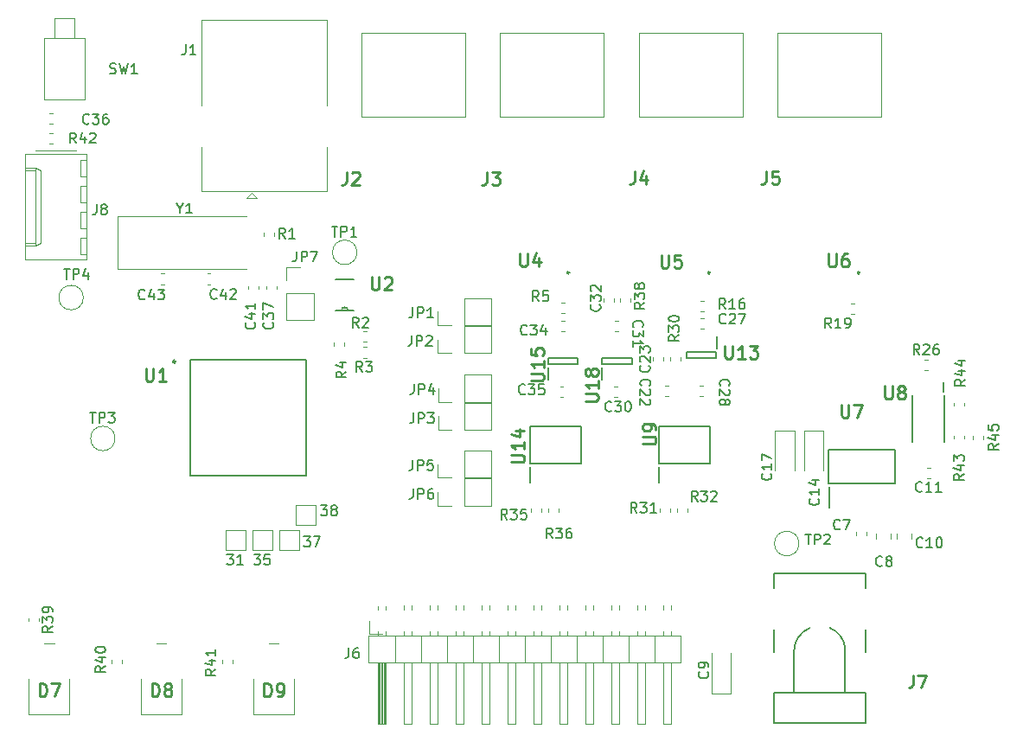
<source format=gbr>
G04 #@! TF.GenerationSoftware,KiCad,Pcbnew,5.1.4-e60b266~84~ubuntu18.04.1*
G04 #@! TF.CreationDate,2019-11-16T12:15:05+03:00*
G04 #@! TF.ProjectId,EV2400-EVM-Interface-Board,45563234-3030-42d4-9556-4d2d496e7465,v1.0*
G04 #@! TF.SameCoordinates,Original*
G04 #@! TF.FileFunction,Legend,Top*
G04 #@! TF.FilePolarity,Positive*
%FSLAX46Y46*%
G04 Gerber Fmt 4.6, Leading zero omitted, Abs format (unit mm)*
G04 Created by KiCad (PCBNEW 5.1.4-e60b266~84~ubuntu18.04.1) date 2019-11-16 12:15:05*
%MOMM*%
%LPD*%
G04 APERTURE LIST*
%ADD10C,0.100000*%
%ADD11C,0.120000*%
%ADD12C,0.152400*%
%ADD13C,0.200000*%
%ADD14C,0.150000*%
%ADD15C,0.254000*%
G04 APERTURE END LIST*
D10*
X174280000Y-69450000D02*
X174280000Y-61270000D01*
X184440000Y-69450000D02*
X174280000Y-69450000D01*
X184440000Y-61270000D02*
X184440000Y-69450000D01*
X174280000Y-61270000D02*
X184440000Y-61270000D01*
X160740000Y-69450000D02*
X160740000Y-61270000D01*
X170900000Y-69450000D02*
X160740000Y-69450000D01*
X170900000Y-61270000D02*
X170900000Y-69450000D01*
X160740000Y-61270000D02*
X170900000Y-61270000D01*
X147160000Y-69450000D02*
X147160000Y-61270000D01*
X157320000Y-69450000D02*
X147160000Y-69450000D01*
X157320000Y-61270000D02*
X157320000Y-69450000D01*
X147160000Y-61270000D02*
X157320000Y-61270000D01*
X133570000Y-69450000D02*
X133570000Y-61270000D01*
X143730000Y-69450000D02*
X133570000Y-69450000D01*
X143730000Y-61270000D02*
X143730000Y-69450000D01*
X133570000Y-61270000D02*
X143730000Y-61270000D01*
D11*
X127200000Y-109400000D02*
X127200000Y-107500000D01*
X129100000Y-109400000D02*
X127200000Y-109400000D01*
X129100000Y-107500000D02*
X129100000Y-109400000D01*
X127200000Y-107500000D02*
X129100000Y-107500000D01*
X125560000Y-111860000D02*
X125560000Y-109960000D01*
X127460000Y-111860000D02*
X125560000Y-111860000D01*
X127460000Y-109960000D02*
X127460000Y-111860000D01*
X125560000Y-109960000D02*
X127460000Y-109960000D01*
X122950000Y-111860000D02*
X122950000Y-109960000D01*
X124850000Y-111860000D02*
X122950000Y-111860000D01*
X124850000Y-109960000D02*
X124850000Y-111860000D01*
X122950000Y-109960000D02*
X124850000Y-109960000D01*
X120310000Y-111860000D02*
X120310000Y-109960000D01*
X122210000Y-111860000D02*
X120310000Y-111860000D01*
X122210000Y-109960000D02*
X122210000Y-111860000D01*
X120310000Y-109960000D02*
X122210000Y-109960000D01*
D12*
X131075000Y-88424000D02*
X131650000Y-88424000D01*
X132254800Y-88424000D02*
G75*
G03X131645200Y-88424000I-304800J0D01*
G01*
X132250000Y-88424000D02*
X132825000Y-88424000D01*
X131645200Y-88424000D02*
X132254800Y-88424000D01*
X131416600Y-88424000D02*
X131645200Y-88424000D01*
X132825000Y-85376000D02*
X131075000Y-85376000D01*
D13*
X157110000Y-95250000D02*
X157110000Y-94050000D01*
X160060000Y-93700000D02*
X157160000Y-93700000D01*
X160060000Y-93100000D02*
X160060000Y-93700000D01*
X157160000Y-93100000D02*
X160060000Y-93100000D01*
X157160000Y-93700000D02*
X157160000Y-93100000D01*
X151850000Y-95250000D02*
X151850000Y-94050000D01*
X154800000Y-93700000D02*
X151900000Y-93700000D01*
X154800000Y-93100000D02*
X154800000Y-93700000D01*
X151900000Y-93100000D02*
X154800000Y-93100000D01*
X151900000Y-93700000D02*
X151900000Y-93100000D01*
X168350000Y-90950000D02*
X168350000Y-92150000D01*
X165400000Y-92500000D02*
X168300000Y-92500000D01*
X165400000Y-93100000D02*
X165400000Y-92500000D01*
X168300000Y-93100000D02*
X165400000Y-93100000D01*
X168300000Y-92500000D02*
X168300000Y-93100000D01*
X190570000Y-96430000D02*
X190570000Y-95430000D01*
D12*
X190629400Y-98725200D02*
X190629400Y-96769400D01*
X190629400Y-99334800D02*
X190629400Y-98725200D01*
X190629400Y-101290600D02*
X190629400Y-99334800D01*
X187530600Y-96769400D02*
X187530600Y-101290600D01*
D14*
X179419175Y-119499704D02*
G75*
G02X180960000Y-121631386I-852175J-2238682D01*
G01*
X173960000Y-128850000D02*
X182960000Y-128850000D01*
X173960000Y-114150000D02*
X182960000Y-114150000D01*
X173960000Y-125850000D02*
X175960000Y-125850000D01*
X175960000Y-125850000D02*
X180960000Y-125850000D01*
X180960000Y-125850000D02*
X182960000Y-125850000D01*
X175960000Y-125830000D02*
X175960000Y-121654000D01*
X177500825Y-119522318D02*
G75*
G03X175960000Y-121654000I852175J-2238682D01*
G01*
X180960000Y-121654000D02*
X180960000Y-125850000D01*
X173960000Y-128850000D02*
X173960000Y-125850000D01*
X173960000Y-121850000D02*
X173960000Y-119650000D01*
X173960000Y-115650000D02*
X173960000Y-114150000D01*
X182960000Y-114150000D02*
X182960000Y-115650000D01*
X182960000Y-119650000D02*
X182960000Y-121850000D01*
X182960000Y-125850000D02*
X182960000Y-128850000D01*
D11*
X123320000Y-77460000D02*
X122820000Y-76960000D01*
X122320000Y-77460000D02*
X123320000Y-77460000D01*
X122820000Y-76960000D02*
X122320000Y-77460000D01*
X130230000Y-60020000D02*
X130230000Y-68380000D01*
X117910000Y-60020000D02*
X130230000Y-60020000D01*
X117910000Y-68380000D02*
X117910000Y-60020000D01*
X130230000Y-76740000D02*
X130230000Y-72480000D01*
X117910000Y-76740000D02*
X130230000Y-76740000D01*
X117910000Y-72480000D02*
X117910000Y-76740000D01*
D13*
X150075000Y-105250000D02*
X150075000Y-103800000D01*
X155100000Y-103450000D02*
X150100000Y-103450000D01*
X155100000Y-99750000D02*
X155100000Y-103450000D01*
X150100000Y-99750000D02*
X155100000Y-99750000D01*
X150100000Y-103450000D02*
X150100000Y-99750000D01*
X162725000Y-105250000D02*
X162725000Y-103800000D01*
X167750000Y-103450000D02*
X162750000Y-103450000D01*
X167750000Y-99750000D02*
X167750000Y-103450000D01*
X162750000Y-99750000D02*
X167750000Y-99750000D01*
X162750000Y-103450000D02*
X162750000Y-99750000D01*
X179385000Y-107750000D02*
X179385000Y-105750000D01*
X185850000Y-105400000D02*
X179350000Y-105400000D01*
X185850000Y-102100000D02*
X185850000Y-105400000D01*
X179350000Y-102100000D02*
X185850000Y-102100000D01*
X179350000Y-105400000D02*
X179350000Y-102100000D01*
D15*
X115400000Y-93450000D02*
G75*
G03X115400000Y-93450000I-125000J0D01*
G01*
D13*
X116850000Y-104600000D02*
X116850000Y-93300000D01*
X128150000Y-104600000D02*
X116850000Y-104600000D01*
X128150000Y-93300000D02*
X128150000Y-104600000D01*
X116850000Y-93300000D02*
X128150000Y-93300000D01*
D11*
X134330000Y-120080000D02*
X134330000Y-118810000D01*
X135600000Y-120080000D02*
X134330000Y-120080000D01*
X163920000Y-117302929D02*
X163920000Y-117757071D01*
X163160000Y-117302929D02*
X163160000Y-117757071D01*
X163920000Y-119842929D02*
X163920000Y-120240000D01*
X163160000Y-119842929D02*
X163160000Y-120240000D01*
X163920000Y-128900000D02*
X163920000Y-122900000D01*
X163160000Y-128900000D02*
X163920000Y-128900000D01*
X163160000Y-122900000D02*
X163160000Y-128900000D01*
X162270000Y-120240000D02*
X162270000Y-122900000D01*
X161380000Y-117302929D02*
X161380000Y-117757071D01*
X160620000Y-117302929D02*
X160620000Y-117757071D01*
X161380000Y-119842929D02*
X161380000Y-120240000D01*
X160620000Y-119842929D02*
X160620000Y-120240000D01*
X161380000Y-128900000D02*
X161380000Y-122900000D01*
X160620000Y-128900000D02*
X161380000Y-128900000D01*
X160620000Y-122900000D02*
X160620000Y-128900000D01*
X159730000Y-120240000D02*
X159730000Y-122900000D01*
X158840000Y-117302929D02*
X158840000Y-117757071D01*
X158080000Y-117302929D02*
X158080000Y-117757071D01*
X158840000Y-119842929D02*
X158840000Y-120240000D01*
X158080000Y-119842929D02*
X158080000Y-120240000D01*
X158840000Y-128900000D02*
X158840000Y-122900000D01*
X158080000Y-128900000D02*
X158840000Y-128900000D01*
X158080000Y-122900000D02*
X158080000Y-128900000D01*
X157190000Y-120240000D02*
X157190000Y-122900000D01*
X156300000Y-117302929D02*
X156300000Y-117757071D01*
X155540000Y-117302929D02*
X155540000Y-117757071D01*
X156300000Y-119842929D02*
X156300000Y-120240000D01*
X155540000Y-119842929D02*
X155540000Y-120240000D01*
X156300000Y-128900000D02*
X156300000Y-122900000D01*
X155540000Y-128900000D02*
X156300000Y-128900000D01*
X155540000Y-122900000D02*
X155540000Y-128900000D01*
X154650000Y-120240000D02*
X154650000Y-122900000D01*
X153760000Y-117302929D02*
X153760000Y-117757071D01*
X153000000Y-117302929D02*
X153000000Y-117757071D01*
X153760000Y-119842929D02*
X153760000Y-120240000D01*
X153000000Y-119842929D02*
X153000000Y-120240000D01*
X153760000Y-128900000D02*
X153760000Y-122900000D01*
X153000000Y-128900000D02*
X153760000Y-128900000D01*
X153000000Y-122900000D02*
X153000000Y-128900000D01*
X152110000Y-120240000D02*
X152110000Y-122900000D01*
X151220000Y-117302929D02*
X151220000Y-117757071D01*
X150460000Y-117302929D02*
X150460000Y-117757071D01*
X151220000Y-119842929D02*
X151220000Y-120240000D01*
X150460000Y-119842929D02*
X150460000Y-120240000D01*
X151220000Y-128900000D02*
X151220000Y-122900000D01*
X150460000Y-128900000D02*
X151220000Y-128900000D01*
X150460000Y-122900000D02*
X150460000Y-128900000D01*
X149570000Y-120240000D02*
X149570000Y-122900000D01*
X148680000Y-117302929D02*
X148680000Y-117757071D01*
X147920000Y-117302929D02*
X147920000Y-117757071D01*
X148680000Y-119842929D02*
X148680000Y-120240000D01*
X147920000Y-119842929D02*
X147920000Y-120240000D01*
X148680000Y-128900000D02*
X148680000Y-122900000D01*
X147920000Y-128900000D02*
X148680000Y-128900000D01*
X147920000Y-122900000D02*
X147920000Y-128900000D01*
X147030000Y-120240000D02*
X147030000Y-122900000D01*
X146140000Y-117302929D02*
X146140000Y-117757071D01*
X145380000Y-117302929D02*
X145380000Y-117757071D01*
X146140000Y-119842929D02*
X146140000Y-120240000D01*
X145380000Y-119842929D02*
X145380000Y-120240000D01*
X146140000Y-128900000D02*
X146140000Y-122900000D01*
X145380000Y-128900000D02*
X146140000Y-128900000D01*
X145380000Y-122900000D02*
X145380000Y-128900000D01*
X144490000Y-120240000D02*
X144490000Y-122900000D01*
X143600000Y-117302929D02*
X143600000Y-117757071D01*
X142840000Y-117302929D02*
X142840000Y-117757071D01*
X143600000Y-119842929D02*
X143600000Y-120240000D01*
X142840000Y-119842929D02*
X142840000Y-120240000D01*
X143600000Y-128900000D02*
X143600000Y-122900000D01*
X142840000Y-128900000D02*
X143600000Y-128900000D01*
X142840000Y-122900000D02*
X142840000Y-128900000D01*
X141950000Y-120240000D02*
X141950000Y-122900000D01*
X141060000Y-117302929D02*
X141060000Y-117757071D01*
X140300000Y-117302929D02*
X140300000Y-117757071D01*
X141060000Y-119842929D02*
X141060000Y-120240000D01*
X140300000Y-119842929D02*
X140300000Y-120240000D01*
X141060000Y-128900000D02*
X141060000Y-122900000D01*
X140300000Y-128900000D02*
X141060000Y-128900000D01*
X140300000Y-122900000D02*
X140300000Y-128900000D01*
X139410000Y-120240000D02*
X139410000Y-122900000D01*
X138520000Y-117302929D02*
X138520000Y-117757071D01*
X137760000Y-117302929D02*
X137760000Y-117757071D01*
X138520000Y-119842929D02*
X138520000Y-120240000D01*
X137760000Y-119842929D02*
X137760000Y-120240000D01*
X138520000Y-128900000D02*
X138520000Y-122900000D01*
X137760000Y-128900000D02*
X138520000Y-128900000D01*
X137760000Y-122900000D02*
X137760000Y-128900000D01*
X136870000Y-120240000D02*
X136870000Y-122900000D01*
X135980000Y-117370000D02*
X135980000Y-117757071D01*
X135220000Y-117370000D02*
X135220000Y-117757071D01*
X135980000Y-119842929D02*
X135980000Y-120240000D01*
X135220000Y-119842929D02*
X135220000Y-120240000D01*
X135880000Y-122900000D02*
X135880000Y-128900000D01*
X135760000Y-122900000D02*
X135760000Y-128900000D01*
X135640000Y-122900000D02*
X135640000Y-128900000D01*
X135520000Y-122900000D02*
X135520000Y-128900000D01*
X135400000Y-122900000D02*
X135400000Y-128900000D01*
X135280000Y-122900000D02*
X135280000Y-128900000D01*
X135980000Y-128900000D02*
X135980000Y-122900000D01*
X135220000Y-128900000D02*
X135980000Y-128900000D01*
X135220000Y-122900000D02*
X135220000Y-128900000D01*
X134270000Y-122900000D02*
X134270000Y-120240000D01*
X164870000Y-122900000D02*
X134270000Y-122900000D01*
X164870000Y-120240000D02*
X164870000Y-122900000D01*
X134270000Y-120240000D02*
X164870000Y-120240000D01*
D10*
X105520000Y-59810000D02*
X105520000Y-61760000D01*
X103520000Y-59810000D02*
X105520000Y-59810000D01*
X103520000Y-61760000D02*
X103520000Y-59810000D01*
X106520000Y-67810000D02*
X102520000Y-67810000D01*
X106520000Y-61760000D02*
X106520000Y-67810000D01*
X102520000Y-61760000D02*
X106520000Y-61760000D01*
X102520000Y-67810000D02*
X102520000Y-61760000D01*
D11*
X109710000Y-84350000D02*
X122310000Y-84350000D01*
X109710000Y-79250000D02*
X109710000Y-84350000D01*
X122310000Y-79250000D02*
X109710000Y-79250000D01*
D15*
X182380000Y-84725000D02*
G75*
G03X182380000Y-84725000I-100000J0D01*
G01*
X167730000Y-84725000D02*
G75*
G03X167730000Y-84725000I-100000J0D01*
G01*
X153940000Y-84725000D02*
G75*
G03X153940000Y-84725000I-100000J0D01*
G01*
D11*
X106360000Y-87180000D02*
G75*
G03X106360000Y-87180000I-1200000J0D01*
G01*
X109470000Y-100970000D02*
G75*
G03X109470000Y-100970000I-1200000J0D01*
G01*
X176430000Y-111260000D02*
G75*
G03X176430000Y-111260000I-1200000J0D01*
G01*
X133150000Y-82750000D02*
G75*
G03X133150000Y-82750000I-1200000J0D01*
G01*
X194490000Y-101052779D02*
X194490000Y-100727221D01*
X193470000Y-101052779D02*
X193470000Y-100727221D01*
X192640000Y-97792779D02*
X192640000Y-97467221D01*
X191620000Y-97792779D02*
X191620000Y-97467221D01*
X192630000Y-101012779D02*
X192630000Y-100687221D01*
X191610000Y-101012779D02*
X191610000Y-100687221D01*
X103362779Y-71090000D02*
X103037221Y-71090000D01*
X103362779Y-72110000D02*
X103037221Y-72110000D01*
X120960000Y-123012779D02*
X120960000Y-122687221D01*
X119940000Y-123012779D02*
X119940000Y-122687221D01*
X110110000Y-122962779D02*
X110110000Y-122637221D01*
X109090000Y-122962779D02*
X109090000Y-122637221D01*
X100970000Y-118547221D02*
X100970000Y-118872779D01*
X101990000Y-118547221D02*
X101990000Y-118872779D01*
X159960000Y-87612779D02*
X159960000Y-87287221D01*
X158940000Y-87612779D02*
X158940000Y-87287221D01*
X151850000Y-107847221D02*
X151850000Y-108172779D01*
X152870000Y-107847221D02*
X152870000Y-108172779D01*
X150190000Y-107837221D02*
X150190000Y-108162779D01*
X151210000Y-107837221D02*
X151210000Y-108162779D01*
X164480000Y-107847221D02*
X164480000Y-108172779D01*
X165500000Y-107847221D02*
X165500000Y-108172779D01*
X162840000Y-107847221D02*
X162840000Y-108172779D01*
X163860000Y-107847221D02*
X163860000Y-108172779D01*
X164810000Y-93312779D02*
X164810000Y-92987221D01*
X163790000Y-93312779D02*
X163790000Y-92987221D01*
X188707221Y-94250000D02*
X189032779Y-94250000D01*
X188707221Y-93230000D02*
X189032779Y-93230000D01*
X181537221Y-88810000D02*
X181862779Y-88810000D01*
X181537221Y-87790000D02*
X181862779Y-87790000D01*
X166787221Y-88560000D02*
X167112779Y-88560000D01*
X166787221Y-87540000D02*
X167112779Y-87540000D01*
X153137221Y-88660000D02*
X153462779Y-88660000D01*
X153137221Y-87640000D02*
X153462779Y-87640000D01*
X130890000Y-91587221D02*
X130890000Y-91912779D01*
X131910000Y-91587221D02*
X131910000Y-91912779D01*
X133737221Y-93060000D02*
X134062779Y-93060000D01*
X133737221Y-92040000D02*
X134062779Y-92040000D01*
X133737221Y-91510000D02*
X134062779Y-91510000D01*
X133737221Y-90490000D02*
X134062779Y-90490000D01*
X125030000Y-81132779D02*
X125030000Y-80807221D01*
X124010000Y-81132779D02*
X124010000Y-80807221D01*
X126270000Y-84170000D02*
X127600000Y-84170000D01*
X126270000Y-85500000D02*
X126270000Y-84170000D01*
X126270000Y-86770000D02*
X128930000Y-86770000D01*
X128930000Y-86770000D02*
X128930000Y-89370000D01*
X126270000Y-86770000D02*
X126270000Y-89370000D01*
X126270000Y-89370000D02*
X128930000Y-89370000D01*
X141080000Y-107560000D02*
X141080000Y-106230000D01*
X142410000Y-107560000D02*
X141080000Y-107560000D01*
X143680000Y-107560000D02*
X143680000Y-104900000D01*
X143680000Y-104900000D02*
X146280000Y-104900000D01*
X143680000Y-107560000D02*
X146280000Y-107560000D01*
X146280000Y-107560000D02*
X146280000Y-104900000D01*
X141080000Y-104810000D02*
X141080000Y-103480000D01*
X142410000Y-104810000D02*
X141080000Y-104810000D01*
X143680000Y-104810000D02*
X143680000Y-102150000D01*
X143680000Y-102150000D02*
X146280000Y-102150000D01*
X143680000Y-104810000D02*
X146280000Y-104810000D01*
X146280000Y-104810000D02*
X146280000Y-102150000D01*
X141110000Y-97400000D02*
X141110000Y-96070000D01*
X142440000Y-97400000D02*
X141110000Y-97400000D01*
X143710000Y-97400000D02*
X143710000Y-94740000D01*
X143710000Y-94740000D02*
X146310000Y-94740000D01*
X143710000Y-97400000D02*
X146310000Y-97400000D01*
X146310000Y-97400000D02*
X146310000Y-94740000D01*
X141110000Y-100140000D02*
X141110000Y-98810000D01*
X142440000Y-100140000D02*
X141110000Y-100140000D01*
X143710000Y-100140000D02*
X143710000Y-97480000D01*
X143710000Y-97480000D02*
X146310000Y-97480000D01*
X143710000Y-100140000D02*
X146310000Y-100140000D01*
X146310000Y-100140000D02*
X146310000Y-97480000D01*
X141060000Y-92620000D02*
X141060000Y-91290000D01*
X142390000Y-92620000D02*
X141060000Y-92620000D01*
X143660000Y-92620000D02*
X143660000Y-89960000D01*
X143660000Y-89960000D02*
X146260000Y-89960000D01*
X143660000Y-92620000D02*
X146260000Y-92620000D01*
X146260000Y-92620000D02*
X146260000Y-89960000D01*
X141060000Y-89880000D02*
X141060000Y-88550000D01*
X142390000Y-89880000D02*
X141060000Y-89880000D01*
X143660000Y-89880000D02*
X143660000Y-87220000D01*
X143660000Y-87220000D02*
X146260000Y-87220000D01*
X143660000Y-89880000D02*
X146260000Y-89880000D01*
X146260000Y-89880000D02*
X146260000Y-87220000D01*
X106070000Y-82900000D02*
X106670000Y-82900000D01*
X106070000Y-81300000D02*
X106070000Y-82900000D01*
X106670000Y-81300000D02*
X106070000Y-81300000D01*
X106070000Y-80360000D02*
X106670000Y-80360000D01*
X106070000Y-78760000D02*
X106070000Y-80360000D01*
X106670000Y-78760000D02*
X106070000Y-78760000D01*
X106070000Y-77820000D02*
X106670000Y-77820000D01*
X106070000Y-76220000D02*
X106070000Y-77820000D01*
X106670000Y-76220000D02*
X106070000Y-76220000D01*
X106070000Y-75280000D02*
X106670000Y-75280000D01*
X106070000Y-73680000D02*
X106070000Y-75280000D01*
X106670000Y-73680000D02*
X106070000Y-73680000D01*
X100650000Y-81850000D02*
X101650000Y-81850000D01*
X100650000Y-74730000D02*
X101650000Y-74730000D01*
X102180000Y-81850000D02*
X101650000Y-82100000D01*
X102180000Y-74730000D02*
X102180000Y-81850000D01*
X101650000Y-74480000D02*
X102180000Y-74730000D01*
X101650000Y-82100000D02*
X100650000Y-82100000D01*
X101650000Y-74480000D02*
X101650000Y-82100000D01*
X100650000Y-74480000D02*
X101650000Y-74480000D01*
X105640000Y-72810000D02*
X101640000Y-72810000D01*
X106670000Y-83480000D02*
X106670000Y-73100000D01*
X100650000Y-83480000D02*
X106670000Y-83480000D01*
X100650000Y-73100000D02*
X100650000Y-83480000D01*
X106670000Y-73100000D02*
X100650000Y-73100000D01*
D10*
X123000000Y-128000000D02*
X123000000Y-124500000D01*
X127000000Y-128000000D02*
X123000000Y-128000000D01*
X127000000Y-124500000D02*
X127000000Y-128000000D01*
X125500000Y-121000000D02*
X124500000Y-121000000D01*
X112000000Y-128000000D02*
X112000000Y-124500000D01*
X116000000Y-128000000D02*
X112000000Y-128000000D01*
X116000000Y-124500000D02*
X116000000Y-128000000D01*
X114500000Y-121000000D02*
X113500000Y-121000000D01*
X101000000Y-128000000D02*
X101000000Y-124500000D01*
X105000000Y-128000000D02*
X101000000Y-128000000D01*
X105000000Y-124500000D02*
X105000000Y-128000000D01*
X103500000Y-121000000D02*
X102500000Y-121000000D01*
D11*
X114312779Y-84840000D02*
X113987221Y-84840000D01*
X114312779Y-85860000D02*
X113987221Y-85860000D01*
X118487221Y-85860000D02*
X118812779Y-85860000D01*
X118487221Y-84840000D02*
X118812779Y-84840000D01*
X122490000Y-86037221D02*
X122490000Y-86362779D01*
X123510000Y-86037221D02*
X123510000Y-86362779D01*
X124240000Y-86037221D02*
X124240000Y-86362779D01*
X125260000Y-86037221D02*
X125260000Y-86362779D01*
X103342779Y-69150000D02*
X103017221Y-69150000D01*
X103342779Y-70170000D02*
X103017221Y-70170000D01*
X153037221Y-96910000D02*
X153362779Y-96910000D01*
X153037221Y-95890000D02*
X153362779Y-95890000D01*
X153187221Y-90460000D02*
X153512779Y-90460000D01*
X153187221Y-89440000D02*
X153512779Y-89440000D01*
X158310000Y-87612779D02*
X158310000Y-87287221D01*
X157290000Y-87612779D02*
X157290000Y-87287221D01*
X158407221Y-90460000D02*
X158732779Y-90460000D01*
X158407221Y-89440000D02*
X158732779Y-89440000D01*
X158337221Y-96910000D02*
X158662779Y-96910000D01*
X158337221Y-95890000D02*
X158662779Y-95890000D01*
X167012779Y-95840000D02*
X166687221Y-95840000D01*
X167012779Y-96860000D02*
X166687221Y-96860000D01*
X167112779Y-89240000D02*
X166787221Y-89240000D01*
X167112779Y-90260000D02*
X166787221Y-90260000D01*
X163160000Y-93312779D02*
X163160000Y-92987221D01*
X162140000Y-93312779D02*
X162140000Y-92987221D01*
X163337221Y-96860000D02*
X163662779Y-96860000D01*
X163337221Y-95840000D02*
X163662779Y-95840000D01*
X174105000Y-100210000D02*
X174105000Y-104120000D01*
X175975000Y-100210000D02*
X174105000Y-100210000D01*
X175975000Y-104120000D02*
X175975000Y-100210000D01*
X176915000Y-100210000D02*
X176915000Y-104120000D01*
X178785000Y-100210000D02*
X176915000Y-100210000D01*
X178785000Y-104120000D02*
X178785000Y-100210000D01*
X189282779Y-103810000D02*
X188957221Y-103810000D01*
X189282779Y-104830000D02*
X188957221Y-104830000D01*
X186000000Y-110251422D02*
X186000000Y-110768578D01*
X187420000Y-110251422D02*
X187420000Y-110768578D01*
X169755000Y-125910000D02*
X169755000Y-122000000D01*
X167885000Y-125910000D02*
X169755000Y-125910000D01*
X167885000Y-122000000D02*
X167885000Y-125910000D01*
X184010000Y-110251422D02*
X184010000Y-110768578D01*
X185430000Y-110251422D02*
X185430000Y-110768578D01*
X183050000Y-110462779D02*
X183050000Y-110137221D01*
X182030000Y-110462779D02*
X182030000Y-110137221D01*
D15*
X173226666Y-74804523D02*
X173226666Y-75711666D01*
X173166190Y-75893095D01*
X173045238Y-76014047D01*
X172863809Y-76074523D01*
X172742857Y-76074523D01*
X174436190Y-74804523D02*
X173831428Y-74804523D01*
X173770952Y-75409285D01*
X173831428Y-75348809D01*
X173952380Y-75288333D01*
X174254761Y-75288333D01*
X174375714Y-75348809D01*
X174436190Y-75409285D01*
X174496666Y-75530238D01*
X174496666Y-75832619D01*
X174436190Y-75953571D01*
X174375714Y-76014047D01*
X174254761Y-76074523D01*
X173952380Y-76074523D01*
X173831428Y-76014047D01*
X173770952Y-75953571D01*
X160326666Y-74814523D02*
X160326666Y-75721666D01*
X160266190Y-75903095D01*
X160145238Y-76024047D01*
X159963809Y-76084523D01*
X159842857Y-76084523D01*
X161475714Y-75237857D02*
X161475714Y-76084523D01*
X161173333Y-74754047D02*
X160870952Y-75661190D01*
X161657142Y-75661190D01*
X145876666Y-74904523D02*
X145876666Y-75811666D01*
X145816190Y-75993095D01*
X145695238Y-76114047D01*
X145513809Y-76174523D01*
X145392857Y-76174523D01*
X146360476Y-74904523D02*
X147146666Y-74904523D01*
X146723333Y-75388333D01*
X146904761Y-75388333D01*
X147025714Y-75448809D01*
X147086190Y-75509285D01*
X147146666Y-75630238D01*
X147146666Y-75932619D01*
X147086190Y-76053571D01*
X147025714Y-76114047D01*
X146904761Y-76174523D01*
X146541904Y-76174523D01*
X146420952Y-76114047D01*
X146360476Y-76053571D01*
X132126666Y-74854523D02*
X132126666Y-75761666D01*
X132066190Y-75943095D01*
X131945238Y-76064047D01*
X131763809Y-76124523D01*
X131642857Y-76124523D01*
X132670952Y-74975476D02*
X132731428Y-74915000D01*
X132852380Y-74854523D01*
X133154761Y-74854523D01*
X133275714Y-74915000D01*
X133336190Y-74975476D01*
X133396666Y-75096428D01*
X133396666Y-75217380D01*
X133336190Y-75398809D01*
X132610476Y-76124523D01*
X133396666Y-76124523D01*
D14*
X129620476Y-107522380D02*
X130239523Y-107522380D01*
X129906190Y-107903333D01*
X130049047Y-107903333D01*
X130144285Y-107950952D01*
X130191904Y-107998571D01*
X130239523Y-108093809D01*
X130239523Y-108331904D01*
X130191904Y-108427142D01*
X130144285Y-108474761D01*
X130049047Y-108522380D01*
X129763333Y-108522380D01*
X129668095Y-108474761D01*
X129620476Y-108427142D01*
X130810952Y-107950952D02*
X130715714Y-107903333D01*
X130668095Y-107855714D01*
X130620476Y-107760476D01*
X130620476Y-107712857D01*
X130668095Y-107617619D01*
X130715714Y-107570000D01*
X130810952Y-107522380D01*
X131001428Y-107522380D01*
X131096666Y-107570000D01*
X131144285Y-107617619D01*
X131191904Y-107712857D01*
X131191904Y-107760476D01*
X131144285Y-107855714D01*
X131096666Y-107903333D01*
X131001428Y-107950952D01*
X130810952Y-107950952D01*
X130715714Y-107998571D01*
X130668095Y-108046190D01*
X130620476Y-108141428D01*
X130620476Y-108331904D01*
X130668095Y-108427142D01*
X130715714Y-108474761D01*
X130810952Y-108522380D01*
X131001428Y-108522380D01*
X131096666Y-108474761D01*
X131144285Y-108427142D01*
X131191904Y-108331904D01*
X131191904Y-108141428D01*
X131144285Y-108046190D01*
X131096666Y-107998571D01*
X131001428Y-107950952D01*
X127950476Y-110562380D02*
X128569523Y-110562380D01*
X128236190Y-110943333D01*
X128379047Y-110943333D01*
X128474285Y-110990952D01*
X128521904Y-111038571D01*
X128569523Y-111133809D01*
X128569523Y-111371904D01*
X128521904Y-111467142D01*
X128474285Y-111514761D01*
X128379047Y-111562380D01*
X128093333Y-111562380D01*
X127998095Y-111514761D01*
X127950476Y-111467142D01*
X128902857Y-110562380D02*
X129569523Y-110562380D01*
X129140952Y-111562380D01*
X123060476Y-112322380D02*
X123679523Y-112322380D01*
X123346190Y-112703333D01*
X123489047Y-112703333D01*
X123584285Y-112750952D01*
X123631904Y-112798571D01*
X123679523Y-112893809D01*
X123679523Y-113131904D01*
X123631904Y-113227142D01*
X123584285Y-113274761D01*
X123489047Y-113322380D01*
X123203333Y-113322380D01*
X123108095Y-113274761D01*
X123060476Y-113227142D01*
X124584285Y-112322380D02*
X124108095Y-112322380D01*
X124060476Y-112798571D01*
X124108095Y-112750952D01*
X124203333Y-112703333D01*
X124441428Y-112703333D01*
X124536666Y-112750952D01*
X124584285Y-112798571D01*
X124631904Y-112893809D01*
X124631904Y-113131904D01*
X124584285Y-113227142D01*
X124536666Y-113274761D01*
X124441428Y-113322380D01*
X124203333Y-113322380D01*
X124108095Y-113274761D01*
X124060476Y-113227142D01*
X120420476Y-112322380D02*
X121039523Y-112322380D01*
X120706190Y-112703333D01*
X120849047Y-112703333D01*
X120944285Y-112750952D01*
X120991904Y-112798571D01*
X121039523Y-112893809D01*
X121039523Y-113131904D01*
X120991904Y-113227142D01*
X120944285Y-113274761D01*
X120849047Y-113322380D01*
X120563333Y-113322380D01*
X120468095Y-113274761D01*
X120420476Y-113227142D01*
X121991904Y-113322380D02*
X121420476Y-113322380D01*
X121706190Y-113322380D02*
X121706190Y-112322380D01*
X121610952Y-112465238D01*
X121515714Y-112560476D01*
X121420476Y-112608095D01*
D15*
X134582380Y-85154523D02*
X134582380Y-86182619D01*
X134642857Y-86303571D01*
X134703333Y-86364047D01*
X134824285Y-86424523D01*
X135066190Y-86424523D01*
X135187142Y-86364047D01*
X135247619Y-86303571D01*
X135308095Y-86182619D01*
X135308095Y-85154523D01*
X135852380Y-85275476D02*
X135912857Y-85215000D01*
X136033809Y-85154523D01*
X136336190Y-85154523D01*
X136457142Y-85215000D01*
X136517619Y-85275476D01*
X136578095Y-85396428D01*
X136578095Y-85517380D01*
X136517619Y-85698809D01*
X135791904Y-86424523D01*
X136578095Y-86424523D01*
X155494523Y-97322380D02*
X156522619Y-97322380D01*
X156643571Y-97261904D01*
X156704047Y-97201428D01*
X156764523Y-97080476D01*
X156764523Y-96838571D01*
X156704047Y-96717619D01*
X156643571Y-96657142D01*
X156522619Y-96596666D01*
X155494523Y-96596666D01*
X156764523Y-95326666D02*
X156764523Y-96052380D01*
X156764523Y-95689523D02*
X155494523Y-95689523D01*
X155675952Y-95810476D01*
X155796904Y-95931428D01*
X155857380Y-96052380D01*
X156038809Y-94600952D02*
X155978333Y-94721904D01*
X155917857Y-94782380D01*
X155796904Y-94842857D01*
X155736428Y-94842857D01*
X155615476Y-94782380D01*
X155555000Y-94721904D01*
X155494523Y-94600952D01*
X155494523Y-94359047D01*
X155555000Y-94238095D01*
X155615476Y-94177619D01*
X155736428Y-94117142D01*
X155796904Y-94117142D01*
X155917857Y-94177619D01*
X155978333Y-94238095D01*
X156038809Y-94359047D01*
X156038809Y-94600952D01*
X156099285Y-94721904D01*
X156159761Y-94782380D01*
X156280714Y-94842857D01*
X156522619Y-94842857D01*
X156643571Y-94782380D01*
X156704047Y-94721904D01*
X156764523Y-94600952D01*
X156764523Y-94359047D01*
X156704047Y-94238095D01*
X156643571Y-94177619D01*
X156522619Y-94117142D01*
X156280714Y-94117142D01*
X156159761Y-94177619D01*
X156099285Y-94238095D01*
X156038809Y-94359047D01*
X150164523Y-95322380D02*
X151192619Y-95322380D01*
X151313571Y-95261904D01*
X151374047Y-95201428D01*
X151434523Y-95080476D01*
X151434523Y-94838571D01*
X151374047Y-94717619D01*
X151313571Y-94657142D01*
X151192619Y-94596666D01*
X150164523Y-94596666D01*
X151434523Y-93326666D02*
X151434523Y-94052380D01*
X151434523Y-93689523D02*
X150164523Y-93689523D01*
X150345952Y-93810476D01*
X150466904Y-93931428D01*
X150527380Y-94052380D01*
X150164523Y-92177619D02*
X150164523Y-92782380D01*
X150769285Y-92842857D01*
X150708809Y-92782380D01*
X150648333Y-92661428D01*
X150648333Y-92359047D01*
X150708809Y-92238095D01*
X150769285Y-92177619D01*
X150890238Y-92117142D01*
X151192619Y-92117142D01*
X151313571Y-92177619D01*
X151374047Y-92238095D01*
X151434523Y-92359047D01*
X151434523Y-92661428D01*
X151374047Y-92782380D01*
X151313571Y-92842857D01*
X169177619Y-91894523D02*
X169177619Y-92922619D01*
X169238095Y-93043571D01*
X169298571Y-93104047D01*
X169419523Y-93164523D01*
X169661428Y-93164523D01*
X169782380Y-93104047D01*
X169842857Y-93043571D01*
X169903333Y-92922619D01*
X169903333Y-91894523D01*
X171173333Y-93164523D02*
X170447619Y-93164523D01*
X170810476Y-93164523D02*
X170810476Y-91894523D01*
X170689523Y-92075952D01*
X170568571Y-92196904D01*
X170447619Y-92257380D01*
X171596666Y-91894523D02*
X172382857Y-91894523D01*
X171959523Y-92378333D01*
X172140952Y-92378333D01*
X172261904Y-92438809D01*
X172322380Y-92499285D01*
X172382857Y-92620238D01*
X172382857Y-92922619D01*
X172322380Y-93043571D01*
X172261904Y-93104047D01*
X172140952Y-93164523D01*
X171778095Y-93164523D01*
X171657142Y-93104047D01*
X171596666Y-93043571D01*
X184832380Y-95844523D02*
X184832380Y-96872619D01*
X184892857Y-96993571D01*
X184953333Y-97054047D01*
X185074285Y-97114523D01*
X185316190Y-97114523D01*
X185437142Y-97054047D01*
X185497619Y-96993571D01*
X185558095Y-96872619D01*
X185558095Y-95844523D01*
X186344285Y-96388809D02*
X186223333Y-96328333D01*
X186162857Y-96267857D01*
X186102380Y-96146904D01*
X186102380Y-96086428D01*
X186162857Y-95965476D01*
X186223333Y-95905000D01*
X186344285Y-95844523D01*
X186586190Y-95844523D01*
X186707142Y-95905000D01*
X186767619Y-95965476D01*
X186828095Y-96086428D01*
X186828095Y-96146904D01*
X186767619Y-96267857D01*
X186707142Y-96328333D01*
X186586190Y-96388809D01*
X186344285Y-96388809D01*
X186223333Y-96449285D01*
X186162857Y-96509761D01*
X186102380Y-96630714D01*
X186102380Y-96872619D01*
X186162857Y-96993571D01*
X186223333Y-97054047D01*
X186344285Y-97114523D01*
X186586190Y-97114523D01*
X186707142Y-97054047D01*
X186767619Y-96993571D01*
X186828095Y-96872619D01*
X186828095Y-96630714D01*
X186767619Y-96509761D01*
X186707142Y-96449285D01*
X186586190Y-96388809D01*
X187607076Y-124156047D02*
X187607076Y-125017833D01*
X187549623Y-125190190D01*
X187434719Y-125305095D01*
X187262361Y-125362547D01*
X187147457Y-125362547D01*
X188066695Y-124156047D02*
X188871028Y-124156047D01*
X188353957Y-125362547D01*
D14*
X116376666Y-62402380D02*
X116376666Y-63116666D01*
X116329047Y-63259523D01*
X116233809Y-63354761D01*
X116090952Y-63402380D01*
X115995714Y-63402380D01*
X117376666Y-63402380D02*
X116805238Y-63402380D01*
X117090952Y-63402380D02*
X117090952Y-62402380D01*
X116995714Y-62545238D01*
X116900476Y-62640476D01*
X116805238Y-62688095D01*
D15*
X148264523Y-103292380D02*
X149292619Y-103292380D01*
X149413571Y-103231904D01*
X149474047Y-103171428D01*
X149534523Y-103050476D01*
X149534523Y-102808571D01*
X149474047Y-102687619D01*
X149413571Y-102627142D01*
X149292619Y-102566666D01*
X148264523Y-102566666D01*
X149534523Y-101296666D02*
X149534523Y-102022380D01*
X149534523Y-101659523D02*
X148264523Y-101659523D01*
X148445952Y-101780476D01*
X148566904Y-101901428D01*
X148627380Y-102022380D01*
X148687857Y-100208095D02*
X149534523Y-100208095D01*
X148204047Y-100510476D02*
X149111190Y-100812857D01*
X149111190Y-100026666D01*
X161144523Y-101507619D02*
X162172619Y-101507619D01*
X162293571Y-101447142D01*
X162354047Y-101386666D01*
X162414523Y-101265714D01*
X162414523Y-101023809D01*
X162354047Y-100902857D01*
X162293571Y-100842380D01*
X162172619Y-100781904D01*
X161144523Y-100781904D01*
X162414523Y-100116666D02*
X162414523Y-99874761D01*
X162354047Y-99753809D01*
X162293571Y-99693333D01*
X162112142Y-99572380D01*
X161870238Y-99511904D01*
X161386428Y-99511904D01*
X161265476Y-99572380D01*
X161205000Y-99632857D01*
X161144523Y-99753809D01*
X161144523Y-99995714D01*
X161205000Y-100116666D01*
X161265476Y-100177142D01*
X161386428Y-100237619D01*
X161688809Y-100237619D01*
X161809761Y-100177142D01*
X161870238Y-100116666D01*
X161930714Y-99995714D01*
X161930714Y-99753809D01*
X161870238Y-99632857D01*
X161809761Y-99572380D01*
X161688809Y-99511904D01*
X180572380Y-97654523D02*
X180572380Y-98682619D01*
X180632857Y-98803571D01*
X180693333Y-98864047D01*
X180814285Y-98924523D01*
X181056190Y-98924523D01*
X181177142Y-98864047D01*
X181237619Y-98803571D01*
X181298095Y-98682619D01*
X181298095Y-97654523D01*
X181781904Y-97654523D02*
X182628571Y-97654523D01*
X182084285Y-98924523D01*
X112472380Y-94094523D02*
X112472380Y-95122619D01*
X112532857Y-95243571D01*
X112593333Y-95304047D01*
X112714285Y-95364523D01*
X112956190Y-95364523D01*
X113077142Y-95304047D01*
X113137619Y-95243571D01*
X113198095Y-95122619D01*
X113198095Y-94094523D01*
X114468095Y-95364523D02*
X113742380Y-95364523D01*
X114105238Y-95364523D02*
X114105238Y-94094523D01*
X113984285Y-94275952D01*
X113863333Y-94396904D01*
X113742380Y-94457380D01*
D14*
X132356666Y-121482380D02*
X132356666Y-122196666D01*
X132309047Y-122339523D01*
X132213809Y-122434761D01*
X132070952Y-122482380D01*
X131975714Y-122482380D01*
X133261428Y-121482380D02*
X133070952Y-121482380D01*
X132975714Y-121530000D01*
X132928095Y-121577619D01*
X132832857Y-121720476D01*
X132785238Y-121910952D01*
X132785238Y-122291904D01*
X132832857Y-122387142D01*
X132880476Y-122434761D01*
X132975714Y-122482380D01*
X133166190Y-122482380D01*
X133261428Y-122434761D01*
X133309047Y-122387142D01*
X133356666Y-122291904D01*
X133356666Y-122053809D01*
X133309047Y-121958571D01*
X133261428Y-121910952D01*
X133166190Y-121863333D01*
X132975714Y-121863333D01*
X132880476Y-121910952D01*
X132832857Y-121958571D01*
X132785238Y-122053809D01*
X108966666Y-65204761D02*
X109109523Y-65252380D01*
X109347619Y-65252380D01*
X109442857Y-65204761D01*
X109490476Y-65157142D01*
X109538095Y-65061904D01*
X109538095Y-64966666D01*
X109490476Y-64871428D01*
X109442857Y-64823809D01*
X109347619Y-64776190D01*
X109157142Y-64728571D01*
X109061904Y-64680952D01*
X109014285Y-64633333D01*
X108966666Y-64538095D01*
X108966666Y-64442857D01*
X109014285Y-64347619D01*
X109061904Y-64300000D01*
X109157142Y-64252380D01*
X109395238Y-64252380D01*
X109538095Y-64300000D01*
X109871428Y-64252380D02*
X110109523Y-65252380D01*
X110300000Y-64538095D01*
X110490476Y-65252380D01*
X110728571Y-64252380D01*
X111633333Y-65252380D02*
X111061904Y-65252380D01*
X111347619Y-65252380D02*
X111347619Y-64252380D01*
X111252380Y-64395238D01*
X111157142Y-64490476D01*
X111061904Y-64538095D01*
X115823809Y-78436190D02*
X115823809Y-78912380D01*
X115490476Y-77912380D02*
X115823809Y-78436190D01*
X116157142Y-77912380D01*
X117014285Y-78912380D02*
X116442857Y-78912380D01*
X116728571Y-78912380D02*
X116728571Y-77912380D01*
X116633333Y-78055238D01*
X116538095Y-78150476D01*
X116442857Y-78198095D01*
D15*
X179312380Y-82884523D02*
X179312380Y-83912619D01*
X179372857Y-84033571D01*
X179433333Y-84094047D01*
X179554285Y-84154523D01*
X179796190Y-84154523D01*
X179917142Y-84094047D01*
X179977619Y-84033571D01*
X180038095Y-83912619D01*
X180038095Y-82884523D01*
X181187142Y-82884523D02*
X180945238Y-82884523D01*
X180824285Y-82945000D01*
X180763809Y-83005476D01*
X180642857Y-83186904D01*
X180582380Y-83428809D01*
X180582380Y-83912619D01*
X180642857Y-84033571D01*
X180703333Y-84094047D01*
X180824285Y-84154523D01*
X181066190Y-84154523D01*
X181187142Y-84094047D01*
X181247619Y-84033571D01*
X181308095Y-83912619D01*
X181308095Y-83610238D01*
X181247619Y-83489285D01*
X181187142Y-83428809D01*
X181066190Y-83368333D01*
X180824285Y-83368333D01*
X180703333Y-83428809D01*
X180642857Y-83489285D01*
X180582380Y-83610238D01*
X162932380Y-82994523D02*
X162932380Y-84022619D01*
X162992857Y-84143571D01*
X163053333Y-84204047D01*
X163174285Y-84264523D01*
X163416190Y-84264523D01*
X163537142Y-84204047D01*
X163597619Y-84143571D01*
X163658095Y-84022619D01*
X163658095Y-82994523D01*
X164867619Y-82994523D02*
X164262857Y-82994523D01*
X164202380Y-83599285D01*
X164262857Y-83538809D01*
X164383809Y-83478333D01*
X164686190Y-83478333D01*
X164807142Y-83538809D01*
X164867619Y-83599285D01*
X164928095Y-83720238D01*
X164928095Y-84022619D01*
X164867619Y-84143571D01*
X164807142Y-84204047D01*
X164686190Y-84264523D01*
X164383809Y-84264523D01*
X164262857Y-84204047D01*
X164202380Y-84143571D01*
X149112380Y-82854523D02*
X149112380Y-83882619D01*
X149172857Y-84003571D01*
X149233333Y-84064047D01*
X149354285Y-84124523D01*
X149596190Y-84124523D01*
X149717142Y-84064047D01*
X149777619Y-84003571D01*
X149838095Y-83882619D01*
X149838095Y-82854523D01*
X150987142Y-83277857D02*
X150987142Y-84124523D01*
X150684761Y-82794047D02*
X150382380Y-83701190D01*
X151168571Y-83701190D01*
D14*
X104468095Y-84352380D02*
X105039523Y-84352380D01*
X104753809Y-85352380D02*
X104753809Y-84352380D01*
X105372857Y-85352380D02*
X105372857Y-84352380D01*
X105753809Y-84352380D01*
X105849047Y-84400000D01*
X105896666Y-84447619D01*
X105944285Y-84542857D01*
X105944285Y-84685714D01*
X105896666Y-84780952D01*
X105849047Y-84828571D01*
X105753809Y-84876190D01*
X105372857Y-84876190D01*
X106801428Y-84685714D02*
X106801428Y-85352380D01*
X106563333Y-84304761D02*
X106325238Y-85019047D01*
X106944285Y-85019047D01*
X107008095Y-98424380D02*
X107579523Y-98424380D01*
X107293809Y-99424380D02*
X107293809Y-98424380D01*
X107912857Y-99424380D02*
X107912857Y-98424380D01*
X108293809Y-98424380D01*
X108389047Y-98472000D01*
X108436666Y-98519619D01*
X108484285Y-98614857D01*
X108484285Y-98757714D01*
X108436666Y-98852952D01*
X108389047Y-98900571D01*
X108293809Y-98948190D01*
X107912857Y-98948190D01*
X108817619Y-98424380D02*
X109436666Y-98424380D01*
X109103333Y-98805333D01*
X109246190Y-98805333D01*
X109341428Y-98852952D01*
X109389047Y-98900571D01*
X109436666Y-98995809D01*
X109436666Y-99233904D01*
X109389047Y-99329142D01*
X109341428Y-99376761D01*
X109246190Y-99424380D01*
X108960476Y-99424380D01*
X108865238Y-99376761D01*
X108817619Y-99329142D01*
X177048095Y-110342380D02*
X177619523Y-110342380D01*
X177333809Y-111342380D02*
X177333809Y-110342380D01*
X177952857Y-111342380D02*
X177952857Y-110342380D01*
X178333809Y-110342380D01*
X178429047Y-110390000D01*
X178476666Y-110437619D01*
X178524285Y-110532857D01*
X178524285Y-110675714D01*
X178476666Y-110770952D01*
X178429047Y-110818571D01*
X178333809Y-110866190D01*
X177952857Y-110866190D01*
X178905238Y-110437619D02*
X178952857Y-110390000D01*
X179048095Y-110342380D01*
X179286190Y-110342380D01*
X179381428Y-110390000D01*
X179429047Y-110437619D01*
X179476666Y-110532857D01*
X179476666Y-110628095D01*
X179429047Y-110770952D01*
X178857619Y-111342380D01*
X179476666Y-111342380D01*
X130688095Y-80204380D02*
X131259523Y-80204380D01*
X130973809Y-81204380D02*
X130973809Y-80204380D01*
X131592857Y-81204380D02*
X131592857Y-80204380D01*
X131973809Y-80204380D01*
X132069047Y-80252000D01*
X132116666Y-80299619D01*
X132164285Y-80394857D01*
X132164285Y-80537714D01*
X132116666Y-80632952D01*
X132069047Y-80680571D01*
X131973809Y-80728190D01*
X131592857Y-80728190D01*
X133116666Y-81204380D02*
X132545238Y-81204380D01*
X132830952Y-81204380D02*
X132830952Y-80204380D01*
X132735714Y-80347238D01*
X132640476Y-80442476D01*
X132545238Y-80490095D01*
X195952380Y-101512857D02*
X195476190Y-101846190D01*
X195952380Y-102084285D02*
X194952380Y-102084285D01*
X194952380Y-101703333D01*
X195000000Y-101608095D01*
X195047619Y-101560476D01*
X195142857Y-101512857D01*
X195285714Y-101512857D01*
X195380952Y-101560476D01*
X195428571Y-101608095D01*
X195476190Y-101703333D01*
X195476190Y-102084285D01*
X195285714Y-100655714D02*
X195952380Y-100655714D01*
X194904761Y-100893809D02*
X195619047Y-101131904D01*
X195619047Y-100512857D01*
X194952380Y-99655714D02*
X194952380Y-100131904D01*
X195428571Y-100179523D01*
X195380952Y-100131904D01*
X195333333Y-100036666D01*
X195333333Y-99798571D01*
X195380952Y-99703333D01*
X195428571Y-99655714D01*
X195523809Y-99608095D01*
X195761904Y-99608095D01*
X195857142Y-99655714D01*
X195904761Y-99703333D01*
X195952380Y-99798571D01*
X195952380Y-100036666D01*
X195904761Y-100131904D01*
X195857142Y-100179523D01*
X192702380Y-95202857D02*
X192226190Y-95536190D01*
X192702380Y-95774285D02*
X191702380Y-95774285D01*
X191702380Y-95393333D01*
X191750000Y-95298095D01*
X191797619Y-95250476D01*
X191892857Y-95202857D01*
X192035714Y-95202857D01*
X192130952Y-95250476D01*
X192178571Y-95298095D01*
X192226190Y-95393333D01*
X192226190Y-95774285D01*
X192035714Y-94345714D02*
X192702380Y-94345714D01*
X191654761Y-94583809D02*
X192369047Y-94821904D01*
X192369047Y-94202857D01*
X192035714Y-93393333D02*
X192702380Y-93393333D01*
X191654761Y-93631428D02*
X192369047Y-93869523D01*
X192369047Y-93250476D01*
X192582380Y-104482857D02*
X192106190Y-104816190D01*
X192582380Y-105054285D02*
X191582380Y-105054285D01*
X191582380Y-104673333D01*
X191630000Y-104578095D01*
X191677619Y-104530476D01*
X191772857Y-104482857D01*
X191915714Y-104482857D01*
X192010952Y-104530476D01*
X192058571Y-104578095D01*
X192106190Y-104673333D01*
X192106190Y-105054285D01*
X191915714Y-103625714D02*
X192582380Y-103625714D01*
X191534761Y-103863809D02*
X192249047Y-104101904D01*
X192249047Y-103482857D01*
X191582380Y-103197142D02*
X191582380Y-102578095D01*
X191963333Y-102911428D01*
X191963333Y-102768571D01*
X192010952Y-102673333D01*
X192058571Y-102625714D01*
X192153809Y-102578095D01*
X192391904Y-102578095D01*
X192487142Y-102625714D01*
X192534761Y-102673333D01*
X192582380Y-102768571D01*
X192582380Y-103054285D01*
X192534761Y-103149523D01*
X192487142Y-103197142D01*
X105657142Y-72052380D02*
X105323809Y-71576190D01*
X105085714Y-72052380D02*
X105085714Y-71052380D01*
X105466666Y-71052380D01*
X105561904Y-71100000D01*
X105609523Y-71147619D01*
X105657142Y-71242857D01*
X105657142Y-71385714D01*
X105609523Y-71480952D01*
X105561904Y-71528571D01*
X105466666Y-71576190D01*
X105085714Y-71576190D01*
X106514285Y-71385714D02*
X106514285Y-72052380D01*
X106276190Y-71004761D02*
X106038095Y-71719047D01*
X106657142Y-71719047D01*
X106990476Y-71147619D02*
X107038095Y-71100000D01*
X107133333Y-71052380D01*
X107371428Y-71052380D01*
X107466666Y-71100000D01*
X107514285Y-71147619D01*
X107561904Y-71242857D01*
X107561904Y-71338095D01*
X107514285Y-71480952D01*
X106942857Y-72052380D01*
X107561904Y-72052380D01*
X119322380Y-123572857D02*
X118846190Y-123906190D01*
X119322380Y-124144285D02*
X118322380Y-124144285D01*
X118322380Y-123763333D01*
X118370000Y-123668095D01*
X118417619Y-123620476D01*
X118512857Y-123572857D01*
X118655714Y-123572857D01*
X118750952Y-123620476D01*
X118798571Y-123668095D01*
X118846190Y-123763333D01*
X118846190Y-124144285D01*
X118655714Y-122715714D02*
X119322380Y-122715714D01*
X118274761Y-122953809D02*
X118989047Y-123191904D01*
X118989047Y-122572857D01*
X119322380Y-121668095D02*
X119322380Y-122239523D01*
X119322380Y-121953809D02*
X118322380Y-121953809D01*
X118465238Y-122049047D01*
X118560476Y-122144285D01*
X118608095Y-122239523D01*
X108532380Y-123272857D02*
X108056190Y-123606190D01*
X108532380Y-123844285D02*
X107532380Y-123844285D01*
X107532380Y-123463333D01*
X107580000Y-123368095D01*
X107627619Y-123320476D01*
X107722857Y-123272857D01*
X107865714Y-123272857D01*
X107960952Y-123320476D01*
X108008571Y-123368095D01*
X108056190Y-123463333D01*
X108056190Y-123844285D01*
X107865714Y-122415714D02*
X108532380Y-122415714D01*
X107484761Y-122653809D02*
X108199047Y-122891904D01*
X108199047Y-122272857D01*
X107532380Y-121701428D02*
X107532380Y-121606190D01*
X107580000Y-121510952D01*
X107627619Y-121463333D01*
X107722857Y-121415714D01*
X107913333Y-121368095D01*
X108151428Y-121368095D01*
X108341904Y-121415714D01*
X108437142Y-121463333D01*
X108484761Y-121510952D01*
X108532380Y-121606190D01*
X108532380Y-121701428D01*
X108484761Y-121796666D01*
X108437142Y-121844285D01*
X108341904Y-121891904D01*
X108151428Y-121939523D01*
X107913333Y-121939523D01*
X107722857Y-121891904D01*
X107627619Y-121844285D01*
X107580000Y-121796666D01*
X107532380Y-121701428D01*
X103362380Y-119352857D02*
X102886190Y-119686190D01*
X103362380Y-119924285D02*
X102362380Y-119924285D01*
X102362380Y-119543333D01*
X102410000Y-119448095D01*
X102457619Y-119400476D01*
X102552857Y-119352857D01*
X102695714Y-119352857D01*
X102790952Y-119400476D01*
X102838571Y-119448095D01*
X102886190Y-119543333D01*
X102886190Y-119924285D01*
X102362380Y-119019523D02*
X102362380Y-118400476D01*
X102743333Y-118733809D01*
X102743333Y-118590952D01*
X102790952Y-118495714D01*
X102838571Y-118448095D01*
X102933809Y-118400476D01*
X103171904Y-118400476D01*
X103267142Y-118448095D01*
X103314761Y-118495714D01*
X103362380Y-118590952D01*
X103362380Y-118876666D01*
X103314761Y-118971904D01*
X103267142Y-119019523D01*
X103362380Y-117924285D02*
X103362380Y-117733809D01*
X103314761Y-117638571D01*
X103267142Y-117590952D01*
X103124285Y-117495714D01*
X102933809Y-117448095D01*
X102552857Y-117448095D01*
X102457619Y-117495714D01*
X102410000Y-117543333D01*
X102362380Y-117638571D01*
X102362380Y-117829047D01*
X102410000Y-117924285D01*
X102457619Y-117971904D01*
X102552857Y-118019523D01*
X102790952Y-118019523D01*
X102886190Y-117971904D01*
X102933809Y-117924285D01*
X102981428Y-117829047D01*
X102981428Y-117638571D01*
X102933809Y-117543333D01*
X102886190Y-117495714D01*
X102790952Y-117448095D01*
X161312380Y-87672857D02*
X160836190Y-88006190D01*
X161312380Y-88244285D02*
X160312380Y-88244285D01*
X160312380Y-87863333D01*
X160360000Y-87768095D01*
X160407619Y-87720476D01*
X160502857Y-87672857D01*
X160645714Y-87672857D01*
X160740952Y-87720476D01*
X160788571Y-87768095D01*
X160836190Y-87863333D01*
X160836190Y-88244285D01*
X160312380Y-87339523D02*
X160312380Y-86720476D01*
X160693333Y-87053809D01*
X160693333Y-86910952D01*
X160740952Y-86815714D01*
X160788571Y-86768095D01*
X160883809Y-86720476D01*
X161121904Y-86720476D01*
X161217142Y-86768095D01*
X161264761Y-86815714D01*
X161312380Y-86910952D01*
X161312380Y-87196666D01*
X161264761Y-87291904D01*
X161217142Y-87339523D01*
X160740952Y-86149047D02*
X160693333Y-86244285D01*
X160645714Y-86291904D01*
X160550476Y-86339523D01*
X160502857Y-86339523D01*
X160407619Y-86291904D01*
X160360000Y-86244285D01*
X160312380Y-86149047D01*
X160312380Y-85958571D01*
X160360000Y-85863333D01*
X160407619Y-85815714D01*
X160502857Y-85768095D01*
X160550476Y-85768095D01*
X160645714Y-85815714D01*
X160693333Y-85863333D01*
X160740952Y-85958571D01*
X160740952Y-86149047D01*
X160788571Y-86244285D01*
X160836190Y-86291904D01*
X160931428Y-86339523D01*
X161121904Y-86339523D01*
X161217142Y-86291904D01*
X161264761Y-86244285D01*
X161312380Y-86149047D01*
X161312380Y-85958571D01*
X161264761Y-85863333D01*
X161217142Y-85815714D01*
X161121904Y-85768095D01*
X160931428Y-85768095D01*
X160836190Y-85815714D01*
X160788571Y-85863333D01*
X160740952Y-85958571D01*
X152297142Y-110742380D02*
X151963809Y-110266190D01*
X151725714Y-110742380D02*
X151725714Y-109742380D01*
X152106666Y-109742380D01*
X152201904Y-109790000D01*
X152249523Y-109837619D01*
X152297142Y-109932857D01*
X152297142Y-110075714D01*
X152249523Y-110170952D01*
X152201904Y-110218571D01*
X152106666Y-110266190D01*
X151725714Y-110266190D01*
X152630476Y-109742380D02*
X153249523Y-109742380D01*
X152916190Y-110123333D01*
X153059047Y-110123333D01*
X153154285Y-110170952D01*
X153201904Y-110218571D01*
X153249523Y-110313809D01*
X153249523Y-110551904D01*
X153201904Y-110647142D01*
X153154285Y-110694761D01*
X153059047Y-110742380D01*
X152773333Y-110742380D01*
X152678095Y-110694761D01*
X152630476Y-110647142D01*
X154106666Y-109742380D02*
X153916190Y-109742380D01*
X153820952Y-109790000D01*
X153773333Y-109837619D01*
X153678095Y-109980476D01*
X153630476Y-110170952D01*
X153630476Y-110551904D01*
X153678095Y-110647142D01*
X153725714Y-110694761D01*
X153820952Y-110742380D01*
X154011428Y-110742380D01*
X154106666Y-110694761D01*
X154154285Y-110647142D01*
X154201904Y-110551904D01*
X154201904Y-110313809D01*
X154154285Y-110218571D01*
X154106666Y-110170952D01*
X154011428Y-110123333D01*
X153820952Y-110123333D01*
X153725714Y-110170952D01*
X153678095Y-110218571D01*
X153630476Y-110313809D01*
X147857142Y-108902380D02*
X147523809Y-108426190D01*
X147285714Y-108902380D02*
X147285714Y-107902380D01*
X147666666Y-107902380D01*
X147761904Y-107950000D01*
X147809523Y-107997619D01*
X147857142Y-108092857D01*
X147857142Y-108235714D01*
X147809523Y-108330952D01*
X147761904Y-108378571D01*
X147666666Y-108426190D01*
X147285714Y-108426190D01*
X148190476Y-107902380D02*
X148809523Y-107902380D01*
X148476190Y-108283333D01*
X148619047Y-108283333D01*
X148714285Y-108330952D01*
X148761904Y-108378571D01*
X148809523Y-108473809D01*
X148809523Y-108711904D01*
X148761904Y-108807142D01*
X148714285Y-108854761D01*
X148619047Y-108902380D01*
X148333333Y-108902380D01*
X148238095Y-108854761D01*
X148190476Y-108807142D01*
X149714285Y-107902380D02*
X149238095Y-107902380D01*
X149190476Y-108378571D01*
X149238095Y-108330952D01*
X149333333Y-108283333D01*
X149571428Y-108283333D01*
X149666666Y-108330952D01*
X149714285Y-108378571D01*
X149761904Y-108473809D01*
X149761904Y-108711904D01*
X149714285Y-108807142D01*
X149666666Y-108854761D01*
X149571428Y-108902380D01*
X149333333Y-108902380D01*
X149238095Y-108854761D01*
X149190476Y-108807142D01*
X166487142Y-107112380D02*
X166153809Y-106636190D01*
X165915714Y-107112380D02*
X165915714Y-106112380D01*
X166296666Y-106112380D01*
X166391904Y-106160000D01*
X166439523Y-106207619D01*
X166487142Y-106302857D01*
X166487142Y-106445714D01*
X166439523Y-106540952D01*
X166391904Y-106588571D01*
X166296666Y-106636190D01*
X165915714Y-106636190D01*
X166820476Y-106112380D02*
X167439523Y-106112380D01*
X167106190Y-106493333D01*
X167249047Y-106493333D01*
X167344285Y-106540952D01*
X167391904Y-106588571D01*
X167439523Y-106683809D01*
X167439523Y-106921904D01*
X167391904Y-107017142D01*
X167344285Y-107064761D01*
X167249047Y-107112380D01*
X166963333Y-107112380D01*
X166868095Y-107064761D01*
X166820476Y-107017142D01*
X167820476Y-106207619D02*
X167868095Y-106160000D01*
X167963333Y-106112380D01*
X168201428Y-106112380D01*
X168296666Y-106160000D01*
X168344285Y-106207619D01*
X168391904Y-106302857D01*
X168391904Y-106398095D01*
X168344285Y-106540952D01*
X167772857Y-107112380D01*
X168391904Y-107112380D01*
X160557142Y-108242380D02*
X160223809Y-107766190D01*
X159985714Y-108242380D02*
X159985714Y-107242380D01*
X160366666Y-107242380D01*
X160461904Y-107290000D01*
X160509523Y-107337619D01*
X160557142Y-107432857D01*
X160557142Y-107575714D01*
X160509523Y-107670952D01*
X160461904Y-107718571D01*
X160366666Y-107766190D01*
X159985714Y-107766190D01*
X160890476Y-107242380D02*
X161509523Y-107242380D01*
X161176190Y-107623333D01*
X161319047Y-107623333D01*
X161414285Y-107670952D01*
X161461904Y-107718571D01*
X161509523Y-107813809D01*
X161509523Y-108051904D01*
X161461904Y-108147142D01*
X161414285Y-108194761D01*
X161319047Y-108242380D01*
X161033333Y-108242380D01*
X160938095Y-108194761D01*
X160890476Y-108147142D01*
X162461904Y-108242380D02*
X161890476Y-108242380D01*
X162176190Y-108242380D02*
X162176190Y-107242380D01*
X162080952Y-107385238D01*
X161985714Y-107480476D01*
X161890476Y-107528095D01*
X164682380Y-90852857D02*
X164206190Y-91186190D01*
X164682380Y-91424285D02*
X163682380Y-91424285D01*
X163682380Y-91043333D01*
X163730000Y-90948095D01*
X163777619Y-90900476D01*
X163872857Y-90852857D01*
X164015714Y-90852857D01*
X164110952Y-90900476D01*
X164158571Y-90948095D01*
X164206190Y-91043333D01*
X164206190Y-91424285D01*
X163682380Y-90519523D02*
X163682380Y-89900476D01*
X164063333Y-90233809D01*
X164063333Y-90090952D01*
X164110952Y-89995714D01*
X164158571Y-89948095D01*
X164253809Y-89900476D01*
X164491904Y-89900476D01*
X164587142Y-89948095D01*
X164634761Y-89995714D01*
X164682380Y-90090952D01*
X164682380Y-90376666D01*
X164634761Y-90471904D01*
X164587142Y-90519523D01*
X163682380Y-89281428D02*
X163682380Y-89186190D01*
X163730000Y-89090952D01*
X163777619Y-89043333D01*
X163872857Y-88995714D01*
X164063333Y-88948095D01*
X164301428Y-88948095D01*
X164491904Y-88995714D01*
X164587142Y-89043333D01*
X164634761Y-89090952D01*
X164682380Y-89186190D01*
X164682380Y-89281428D01*
X164634761Y-89376666D01*
X164587142Y-89424285D01*
X164491904Y-89471904D01*
X164301428Y-89519523D01*
X164063333Y-89519523D01*
X163872857Y-89471904D01*
X163777619Y-89424285D01*
X163730000Y-89376666D01*
X163682380Y-89281428D01*
X188227142Y-92762380D02*
X187893809Y-92286190D01*
X187655714Y-92762380D02*
X187655714Y-91762380D01*
X188036666Y-91762380D01*
X188131904Y-91810000D01*
X188179523Y-91857619D01*
X188227142Y-91952857D01*
X188227142Y-92095714D01*
X188179523Y-92190952D01*
X188131904Y-92238571D01*
X188036666Y-92286190D01*
X187655714Y-92286190D01*
X188608095Y-91857619D02*
X188655714Y-91810000D01*
X188750952Y-91762380D01*
X188989047Y-91762380D01*
X189084285Y-91810000D01*
X189131904Y-91857619D01*
X189179523Y-91952857D01*
X189179523Y-92048095D01*
X189131904Y-92190952D01*
X188560476Y-92762380D01*
X189179523Y-92762380D01*
X190036666Y-91762380D02*
X189846190Y-91762380D01*
X189750952Y-91810000D01*
X189703333Y-91857619D01*
X189608095Y-92000476D01*
X189560476Y-92190952D01*
X189560476Y-92571904D01*
X189608095Y-92667142D01*
X189655714Y-92714761D01*
X189750952Y-92762380D01*
X189941428Y-92762380D01*
X190036666Y-92714761D01*
X190084285Y-92667142D01*
X190131904Y-92571904D01*
X190131904Y-92333809D01*
X190084285Y-92238571D01*
X190036666Y-92190952D01*
X189941428Y-92143333D01*
X189750952Y-92143333D01*
X189655714Y-92190952D01*
X189608095Y-92238571D01*
X189560476Y-92333809D01*
X179577142Y-90162380D02*
X179243809Y-89686190D01*
X179005714Y-90162380D02*
X179005714Y-89162380D01*
X179386666Y-89162380D01*
X179481904Y-89210000D01*
X179529523Y-89257619D01*
X179577142Y-89352857D01*
X179577142Y-89495714D01*
X179529523Y-89590952D01*
X179481904Y-89638571D01*
X179386666Y-89686190D01*
X179005714Y-89686190D01*
X180529523Y-90162380D02*
X179958095Y-90162380D01*
X180243809Y-90162380D02*
X180243809Y-89162380D01*
X180148571Y-89305238D01*
X180053333Y-89400476D01*
X179958095Y-89448095D01*
X181005714Y-90162380D02*
X181196190Y-90162380D01*
X181291428Y-90114761D01*
X181339047Y-90067142D01*
X181434285Y-89924285D01*
X181481904Y-89733809D01*
X181481904Y-89352857D01*
X181434285Y-89257619D01*
X181386666Y-89210000D01*
X181291428Y-89162380D01*
X181100952Y-89162380D01*
X181005714Y-89210000D01*
X180958095Y-89257619D01*
X180910476Y-89352857D01*
X180910476Y-89590952D01*
X180958095Y-89686190D01*
X181005714Y-89733809D01*
X181100952Y-89781428D01*
X181291428Y-89781428D01*
X181386666Y-89733809D01*
X181434285Y-89686190D01*
X181481904Y-89590952D01*
X169227142Y-88292380D02*
X168893809Y-87816190D01*
X168655714Y-88292380D02*
X168655714Y-87292380D01*
X169036666Y-87292380D01*
X169131904Y-87340000D01*
X169179523Y-87387619D01*
X169227142Y-87482857D01*
X169227142Y-87625714D01*
X169179523Y-87720952D01*
X169131904Y-87768571D01*
X169036666Y-87816190D01*
X168655714Y-87816190D01*
X170179523Y-88292380D02*
X169608095Y-88292380D01*
X169893809Y-88292380D02*
X169893809Y-87292380D01*
X169798571Y-87435238D01*
X169703333Y-87530476D01*
X169608095Y-87578095D01*
X171036666Y-87292380D02*
X170846190Y-87292380D01*
X170750952Y-87340000D01*
X170703333Y-87387619D01*
X170608095Y-87530476D01*
X170560476Y-87720952D01*
X170560476Y-88101904D01*
X170608095Y-88197142D01*
X170655714Y-88244761D01*
X170750952Y-88292380D01*
X170941428Y-88292380D01*
X171036666Y-88244761D01*
X171084285Y-88197142D01*
X171131904Y-88101904D01*
X171131904Y-87863809D01*
X171084285Y-87768571D01*
X171036666Y-87720952D01*
X170941428Y-87673333D01*
X170750952Y-87673333D01*
X170655714Y-87720952D01*
X170608095Y-87768571D01*
X170560476Y-87863809D01*
X150953333Y-87522380D02*
X150620000Y-87046190D01*
X150381904Y-87522380D02*
X150381904Y-86522380D01*
X150762857Y-86522380D01*
X150858095Y-86570000D01*
X150905714Y-86617619D01*
X150953333Y-86712857D01*
X150953333Y-86855714D01*
X150905714Y-86950952D01*
X150858095Y-86998571D01*
X150762857Y-87046190D01*
X150381904Y-87046190D01*
X151858095Y-86522380D02*
X151381904Y-86522380D01*
X151334285Y-86998571D01*
X151381904Y-86950952D01*
X151477142Y-86903333D01*
X151715238Y-86903333D01*
X151810476Y-86950952D01*
X151858095Y-86998571D01*
X151905714Y-87093809D01*
X151905714Y-87331904D01*
X151858095Y-87427142D01*
X151810476Y-87474761D01*
X151715238Y-87522380D01*
X151477142Y-87522380D01*
X151381904Y-87474761D01*
X151334285Y-87427142D01*
X132102380Y-94416666D02*
X131626190Y-94750000D01*
X132102380Y-94988095D02*
X131102380Y-94988095D01*
X131102380Y-94607142D01*
X131150000Y-94511904D01*
X131197619Y-94464285D01*
X131292857Y-94416666D01*
X131435714Y-94416666D01*
X131530952Y-94464285D01*
X131578571Y-94511904D01*
X131626190Y-94607142D01*
X131626190Y-94988095D01*
X131435714Y-93559523D02*
X132102380Y-93559523D01*
X131054761Y-93797619D02*
X131769047Y-94035714D01*
X131769047Y-93416666D01*
X133683333Y-94452380D02*
X133350000Y-93976190D01*
X133111904Y-94452380D02*
X133111904Y-93452380D01*
X133492857Y-93452380D01*
X133588095Y-93500000D01*
X133635714Y-93547619D01*
X133683333Y-93642857D01*
X133683333Y-93785714D01*
X133635714Y-93880952D01*
X133588095Y-93928571D01*
X133492857Y-93976190D01*
X133111904Y-93976190D01*
X134016666Y-93452380D02*
X134635714Y-93452380D01*
X134302380Y-93833333D01*
X134445238Y-93833333D01*
X134540476Y-93880952D01*
X134588095Y-93928571D01*
X134635714Y-94023809D01*
X134635714Y-94261904D01*
X134588095Y-94357142D01*
X134540476Y-94404761D01*
X134445238Y-94452380D01*
X134159523Y-94452380D01*
X134064285Y-94404761D01*
X134016666Y-94357142D01*
X133303333Y-90132380D02*
X132970000Y-89656190D01*
X132731904Y-90132380D02*
X132731904Y-89132380D01*
X133112857Y-89132380D01*
X133208095Y-89180000D01*
X133255714Y-89227619D01*
X133303333Y-89322857D01*
X133303333Y-89465714D01*
X133255714Y-89560952D01*
X133208095Y-89608571D01*
X133112857Y-89656190D01*
X132731904Y-89656190D01*
X133684285Y-89227619D02*
X133731904Y-89180000D01*
X133827142Y-89132380D01*
X134065238Y-89132380D01*
X134160476Y-89180000D01*
X134208095Y-89227619D01*
X134255714Y-89322857D01*
X134255714Y-89418095D01*
X134208095Y-89560952D01*
X133636666Y-90132380D01*
X134255714Y-90132380D01*
X126113333Y-81382380D02*
X125780000Y-80906190D01*
X125541904Y-81382380D02*
X125541904Y-80382380D01*
X125922857Y-80382380D01*
X126018095Y-80430000D01*
X126065714Y-80477619D01*
X126113333Y-80572857D01*
X126113333Y-80715714D01*
X126065714Y-80810952D01*
X126018095Y-80858571D01*
X125922857Y-80906190D01*
X125541904Y-80906190D01*
X127065714Y-81382380D02*
X126494285Y-81382380D01*
X126780000Y-81382380D02*
X126780000Y-80382380D01*
X126684761Y-80525238D01*
X126589523Y-80620476D01*
X126494285Y-80668095D01*
X127236666Y-82652380D02*
X127236666Y-83366666D01*
X127189047Y-83509523D01*
X127093809Y-83604761D01*
X126950952Y-83652380D01*
X126855714Y-83652380D01*
X127712857Y-83652380D02*
X127712857Y-82652380D01*
X128093809Y-82652380D01*
X128189047Y-82700000D01*
X128236666Y-82747619D01*
X128284285Y-82842857D01*
X128284285Y-82985714D01*
X128236666Y-83080952D01*
X128189047Y-83128571D01*
X128093809Y-83176190D01*
X127712857Y-83176190D01*
X128617619Y-82652380D02*
X129284285Y-82652380D01*
X128855714Y-83652380D01*
X138656666Y-105892380D02*
X138656666Y-106606666D01*
X138609047Y-106749523D01*
X138513809Y-106844761D01*
X138370952Y-106892380D01*
X138275714Y-106892380D01*
X139132857Y-106892380D02*
X139132857Y-105892380D01*
X139513809Y-105892380D01*
X139609047Y-105940000D01*
X139656666Y-105987619D01*
X139704285Y-106082857D01*
X139704285Y-106225714D01*
X139656666Y-106320952D01*
X139609047Y-106368571D01*
X139513809Y-106416190D01*
X139132857Y-106416190D01*
X140561428Y-105892380D02*
X140370952Y-105892380D01*
X140275714Y-105940000D01*
X140228095Y-105987619D01*
X140132857Y-106130476D01*
X140085238Y-106320952D01*
X140085238Y-106701904D01*
X140132857Y-106797142D01*
X140180476Y-106844761D01*
X140275714Y-106892380D01*
X140466190Y-106892380D01*
X140561428Y-106844761D01*
X140609047Y-106797142D01*
X140656666Y-106701904D01*
X140656666Y-106463809D01*
X140609047Y-106368571D01*
X140561428Y-106320952D01*
X140466190Y-106273333D01*
X140275714Y-106273333D01*
X140180476Y-106320952D01*
X140132857Y-106368571D01*
X140085238Y-106463809D01*
X138626666Y-103082380D02*
X138626666Y-103796666D01*
X138579047Y-103939523D01*
X138483809Y-104034761D01*
X138340952Y-104082380D01*
X138245714Y-104082380D01*
X139102857Y-104082380D02*
X139102857Y-103082380D01*
X139483809Y-103082380D01*
X139579047Y-103130000D01*
X139626666Y-103177619D01*
X139674285Y-103272857D01*
X139674285Y-103415714D01*
X139626666Y-103510952D01*
X139579047Y-103558571D01*
X139483809Y-103606190D01*
X139102857Y-103606190D01*
X140579047Y-103082380D02*
X140102857Y-103082380D01*
X140055238Y-103558571D01*
X140102857Y-103510952D01*
X140198095Y-103463333D01*
X140436190Y-103463333D01*
X140531428Y-103510952D01*
X140579047Y-103558571D01*
X140626666Y-103653809D01*
X140626666Y-103891904D01*
X140579047Y-103987142D01*
X140531428Y-104034761D01*
X140436190Y-104082380D01*
X140198095Y-104082380D01*
X140102857Y-104034761D01*
X140055238Y-103987142D01*
X138746666Y-95642380D02*
X138746666Y-96356666D01*
X138699047Y-96499523D01*
X138603809Y-96594761D01*
X138460952Y-96642380D01*
X138365714Y-96642380D01*
X139222857Y-96642380D02*
X139222857Y-95642380D01*
X139603809Y-95642380D01*
X139699047Y-95690000D01*
X139746666Y-95737619D01*
X139794285Y-95832857D01*
X139794285Y-95975714D01*
X139746666Y-96070952D01*
X139699047Y-96118571D01*
X139603809Y-96166190D01*
X139222857Y-96166190D01*
X140651428Y-95975714D02*
X140651428Y-96642380D01*
X140413333Y-95594761D02*
X140175238Y-96309047D01*
X140794285Y-96309047D01*
X138686666Y-98472380D02*
X138686666Y-99186666D01*
X138639047Y-99329523D01*
X138543809Y-99424761D01*
X138400952Y-99472380D01*
X138305714Y-99472380D01*
X139162857Y-99472380D02*
X139162857Y-98472380D01*
X139543809Y-98472380D01*
X139639047Y-98520000D01*
X139686666Y-98567619D01*
X139734285Y-98662857D01*
X139734285Y-98805714D01*
X139686666Y-98900952D01*
X139639047Y-98948571D01*
X139543809Y-98996190D01*
X139162857Y-98996190D01*
X140067619Y-98472380D02*
X140686666Y-98472380D01*
X140353333Y-98853333D01*
X140496190Y-98853333D01*
X140591428Y-98900952D01*
X140639047Y-98948571D01*
X140686666Y-99043809D01*
X140686666Y-99281904D01*
X140639047Y-99377142D01*
X140591428Y-99424761D01*
X140496190Y-99472380D01*
X140210476Y-99472380D01*
X140115238Y-99424761D01*
X140067619Y-99377142D01*
X138506666Y-90912380D02*
X138506666Y-91626666D01*
X138459047Y-91769523D01*
X138363809Y-91864761D01*
X138220952Y-91912380D01*
X138125714Y-91912380D01*
X138982857Y-91912380D02*
X138982857Y-90912380D01*
X139363809Y-90912380D01*
X139459047Y-90960000D01*
X139506666Y-91007619D01*
X139554285Y-91102857D01*
X139554285Y-91245714D01*
X139506666Y-91340952D01*
X139459047Y-91388571D01*
X139363809Y-91436190D01*
X138982857Y-91436190D01*
X139935238Y-91007619D02*
X139982857Y-90960000D01*
X140078095Y-90912380D01*
X140316190Y-90912380D01*
X140411428Y-90960000D01*
X140459047Y-91007619D01*
X140506666Y-91102857D01*
X140506666Y-91198095D01*
X140459047Y-91340952D01*
X139887619Y-91912380D01*
X140506666Y-91912380D01*
X138626666Y-88132380D02*
X138626666Y-88846666D01*
X138579047Y-88989523D01*
X138483809Y-89084761D01*
X138340952Y-89132380D01*
X138245714Y-89132380D01*
X139102857Y-89132380D02*
X139102857Y-88132380D01*
X139483809Y-88132380D01*
X139579047Y-88180000D01*
X139626666Y-88227619D01*
X139674285Y-88322857D01*
X139674285Y-88465714D01*
X139626666Y-88560952D01*
X139579047Y-88608571D01*
X139483809Y-88656190D01*
X139102857Y-88656190D01*
X140626666Y-89132380D02*
X140055238Y-89132380D01*
X140340952Y-89132380D02*
X140340952Y-88132380D01*
X140245714Y-88275238D01*
X140150476Y-88370476D01*
X140055238Y-88418095D01*
X107666666Y-78052380D02*
X107666666Y-78766666D01*
X107619047Y-78909523D01*
X107523809Y-79004761D01*
X107380952Y-79052380D01*
X107285714Y-79052380D01*
X108285714Y-78480952D02*
X108190476Y-78433333D01*
X108142857Y-78385714D01*
X108095238Y-78290476D01*
X108095238Y-78242857D01*
X108142857Y-78147619D01*
X108190476Y-78100000D01*
X108285714Y-78052380D01*
X108476190Y-78052380D01*
X108571428Y-78100000D01*
X108619047Y-78147619D01*
X108666666Y-78242857D01*
X108666666Y-78290476D01*
X108619047Y-78385714D01*
X108571428Y-78433333D01*
X108476190Y-78480952D01*
X108285714Y-78480952D01*
X108190476Y-78528571D01*
X108142857Y-78576190D01*
X108095238Y-78671428D01*
X108095238Y-78861904D01*
X108142857Y-78957142D01*
X108190476Y-79004761D01*
X108285714Y-79052380D01*
X108476190Y-79052380D01*
X108571428Y-79004761D01*
X108619047Y-78957142D01*
X108666666Y-78861904D01*
X108666666Y-78671428D01*
X108619047Y-78576190D01*
X108571428Y-78528571D01*
X108476190Y-78480952D01*
D15*
X124062619Y-126224523D02*
X124062619Y-124954523D01*
X124365000Y-124954523D01*
X124546428Y-125015000D01*
X124667380Y-125135952D01*
X124727857Y-125256904D01*
X124788333Y-125498809D01*
X124788333Y-125680238D01*
X124727857Y-125922142D01*
X124667380Y-126043095D01*
X124546428Y-126164047D01*
X124365000Y-126224523D01*
X124062619Y-126224523D01*
X125393095Y-126224523D02*
X125635000Y-126224523D01*
X125755952Y-126164047D01*
X125816428Y-126103571D01*
X125937380Y-125922142D01*
X125997857Y-125680238D01*
X125997857Y-125196428D01*
X125937380Y-125075476D01*
X125876904Y-125015000D01*
X125755952Y-124954523D01*
X125514047Y-124954523D01*
X125393095Y-125015000D01*
X125332619Y-125075476D01*
X125272142Y-125196428D01*
X125272142Y-125498809D01*
X125332619Y-125619761D01*
X125393095Y-125680238D01*
X125514047Y-125740714D01*
X125755952Y-125740714D01*
X125876904Y-125680238D01*
X125937380Y-125619761D01*
X125997857Y-125498809D01*
X113062619Y-126224523D02*
X113062619Y-124954523D01*
X113365000Y-124954523D01*
X113546428Y-125015000D01*
X113667380Y-125135952D01*
X113727857Y-125256904D01*
X113788333Y-125498809D01*
X113788333Y-125680238D01*
X113727857Y-125922142D01*
X113667380Y-126043095D01*
X113546428Y-126164047D01*
X113365000Y-126224523D01*
X113062619Y-126224523D01*
X114514047Y-125498809D02*
X114393095Y-125438333D01*
X114332619Y-125377857D01*
X114272142Y-125256904D01*
X114272142Y-125196428D01*
X114332619Y-125075476D01*
X114393095Y-125015000D01*
X114514047Y-124954523D01*
X114755952Y-124954523D01*
X114876904Y-125015000D01*
X114937380Y-125075476D01*
X114997857Y-125196428D01*
X114997857Y-125256904D01*
X114937380Y-125377857D01*
X114876904Y-125438333D01*
X114755952Y-125498809D01*
X114514047Y-125498809D01*
X114393095Y-125559285D01*
X114332619Y-125619761D01*
X114272142Y-125740714D01*
X114272142Y-125982619D01*
X114332619Y-126103571D01*
X114393095Y-126164047D01*
X114514047Y-126224523D01*
X114755952Y-126224523D01*
X114876904Y-126164047D01*
X114937380Y-126103571D01*
X114997857Y-125982619D01*
X114997857Y-125740714D01*
X114937380Y-125619761D01*
X114876904Y-125559285D01*
X114755952Y-125498809D01*
X102062619Y-126224523D02*
X102062619Y-124954523D01*
X102365000Y-124954523D01*
X102546428Y-125015000D01*
X102667380Y-125135952D01*
X102727857Y-125256904D01*
X102788333Y-125498809D01*
X102788333Y-125680238D01*
X102727857Y-125922142D01*
X102667380Y-126043095D01*
X102546428Y-126164047D01*
X102365000Y-126224523D01*
X102062619Y-126224523D01*
X103211666Y-124954523D02*
X104058333Y-124954523D01*
X103514047Y-126224523D01*
D14*
X112377142Y-87287142D02*
X112329523Y-87334761D01*
X112186666Y-87382380D01*
X112091428Y-87382380D01*
X111948571Y-87334761D01*
X111853333Y-87239523D01*
X111805714Y-87144285D01*
X111758095Y-86953809D01*
X111758095Y-86810952D01*
X111805714Y-86620476D01*
X111853333Y-86525238D01*
X111948571Y-86430000D01*
X112091428Y-86382380D01*
X112186666Y-86382380D01*
X112329523Y-86430000D01*
X112377142Y-86477619D01*
X113234285Y-86715714D02*
X113234285Y-87382380D01*
X112996190Y-86334761D02*
X112758095Y-87049047D01*
X113377142Y-87049047D01*
X113662857Y-86382380D02*
X114281904Y-86382380D01*
X113948571Y-86763333D01*
X114091428Y-86763333D01*
X114186666Y-86810952D01*
X114234285Y-86858571D01*
X114281904Y-86953809D01*
X114281904Y-87191904D01*
X114234285Y-87287142D01*
X114186666Y-87334761D01*
X114091428Y-87382380D01*
X113805714Y-87382380D01*
X113710476Y-87334761D01*
X113662857Y-87287142D01*
X119417142Y-87247142D02*
X119369523Y-87294761D01*
X119226666Y-87342380D01*
X119131428Y-87342380D01*
X118988571Y-87294761D01*
X118893333Y-87199523D01*
X118845714Y-87104285D01*
X118798095Y-86913809D01*
X118798095Y-86770952D01*
X118845714Y-86580476D01*
X118893333Y-86485238D01*
X118988571Y-86390000D01*
X119131428Y-86342380D01*
X119226666Y-86342380D01*
X119369523Y-86390000D01*
X119417142Y-86437619D01*
X120274285Y-86675714D02*
X120274285Y-87342380D01*
X120036190Y-86294761D02*
X119798095Y-87009047D01*
X120417142Y-87009047D01*
X120750476Y-86437619D02*
X120798095Y-86390000D01*
X120893333Y-86342380D01*
X121131428Y-86342380D01*
X121226666Y-86390000D01*
X121274285Y-86437619D01*
X121321904Y-86532857D01*
X121321904Y-86628095D01*
X121274285Y-86770952D01*
X120702857Y-87342380D01*
X121321904Y-87342380D01*
X123117142Y-89642857D02*
X123164761Y-89690476D01*
X123212380Y-89833333D01*
X123212380Y-89928571D01*
X123164761Y-90071428D01*
X123069523Y-90166666D01*
X122974285Y-90214285D01*
X122783809Y-90261904D01*
X122640952Y-90261904D01*
X122450476Y-90214285D01*
X122355238Y-90166666D01*
X122260000Y-90071428D01*
X122212380Y-89928571D01*
X122212380Y-89833333D01*
X122260000Y-89690476D01*
X122307619Y-89642857D01*
X122545714Y-88785714D02*
X123212380Y-88785714D01*
X122164761Y-89023809D02*
X122879047Y-89261904D01*
X122879047Y-88642857D01*
X123212380Y-87738095D02*
X123212380Y-88309523D01*
X123212380Y-88023809D02*
X122212380Y-88023809D01*
X122355238Y-88119047D01*
X122450476Y-88214285D01*
X122498095Y-88309523D01*
X124887142Y-89642857D02*
X124934761Y-89690476D01*
X124982380Y-89833333D01*
X124982380Y-89928571D01*
X124934761Y-90071428D01*
X124839523Y-90166666D01*
X124744285Y-90214285D01*
X124553809Y-90261904D01*
X124410952Y-90261904D01*
X124220476Y-90214285D01*
X124125238Y-90166666D01*
X124030000Y-90071428D01*
X123982380Y-89928571D01*
X123982380Y-89833333D01*
X124030000Y-89690476D01*
X124077619Y-89642857D01*
X123982380Y-89309523D02*
X123982380Y-88690476D01*
X124363333Y-89023809D01*
X124363333Y-88880952D01*
X124410952Y-88785714D01*
X124458571Y-88738095D01*
X124553809Y-88690476D01*
X124791904Y-88690476D01*
X124887142Y-88738095D01*
X124934761Y-88785714D01*
X124982380Y-88880952D01*
X124982380Y-89166666D01*
X124934761Y-89261904D01*
X124887142Y-89309523D01*
X123982380Y-88357142D02*
X123982380Y-87690476D01*
X124982380Y-88119047D01*
X106927142Y-70107142D02*
X106879523Y-70154761D01*
X106736666Y-70202380D01*
X106641428Y-70202380D01*
X106498571Y-70154761D01*
X106403333Y-70059523D01*
X106355714Y-69964285D01*
X106308095Y-69773809D01*
X106308095Y-69630952D01*
X106355714Y-69440476D01*
X106403333Y-69345238D01*
X106498571Y-69250000D01*
X106641428Y-69202380D01*
X106736666Y-69202380D01*
X106879523Y-69250000D01*
X106927142Y-69297619D01*
X107260476Y-69202380D02*
X107879523Y-69202380D01*
X107546190Y-69583333D01*
X107689047Y-69583333D01*
X107784285Y-69630952D01*
X107831904Y-69678571D01*
X107879523Y-69773809D01*
X107879523Y-70011904D01*
X107831904Y-70107142D01*
X107784285Y-70154761D01*
X107689047Y-70202380D01*
X107403333Y-70202380D01*
X107308095Y-70154761D01*
X107260476Y-70107142D01*
X108736666Y-69202380D02*
X108546190Y-69202380D01*
X108450952Y-69250000D01*
X108403333Y-69297619D01*
X108308095Y-69440476D01*
X108260476Y-69630952D01*
X108260476Y-70011904D01*
X108308095Y-70107142D01*
X108355714Y-70154761D01*
X108450952Y-70202380D01*
X108641428Y-70202380D01*
X108736666Y-70154761D01*
X108784285Y-70107142D01*
X108831904Y-70011904D01*
X108831904Y-69773809D01*
X108784285Y-69678571D01*
X108736666Y-69630952D01*
X108641428Y-69583333D01*
X108450952Y-69583333D01*
X108355714Y-69630952D01*
X108308095Y-69678571D01*
X108260476Y-69773809D01*
X149607142Y-96567142D02*
X149559523Y-96614761D01*
X149416666Y-96662380D01*
X149321428Y-96662380D01*
X149178571Y-96614761D01*
X149083333Y-96519523D01*
X149035714Y-96424285D01*
X148988095Y-96233809D01*
X148988095Y-96090952D01*
X149035714Y-95900476D01*
X149083333Y-95805238D01*
X149178571Y-95710000D01*
X149321428Y-95662380D01*
X149416666Y-95662380D01*
X149559523Y-95710000D01*
X149607142Y-95757619D01*
X149940476Y-95662380D02*
X150559523Y-95662380D01*
X150226190Y-96043333D01*
X150369047Y-96043333D01*
X150464285Y-96090952D01*
X150511904Y-96138571D01*
X150559523Y-96233809D01*
X150559523Y-96471904D01*
X150511904Y-96567142D01*
X150464285Y-96614761D01*
X150369047Y-96662380D01*
X150083333Y-96662380D01*
X149988095Y-96614761D01*
X149940476Y-96567142D01*
X151464285Y-95662380D02*
X150988095Y-95662380D01*
X150940476Y-96138571D01*
X150988095Y-96090952D01*
X151083333Y-96043333D01*
X151321428Y-96043333D01*
X151416666Y-96090952D01*
X151464285Y-96138571D01*
X151511904Y-96233809D01*
X151511904Y-96471904D01*
X151464285Y-96567142D01*
X151416666Y-96614761D01*
X151321428Y-96662380D01*
X151083333Y-96662380D01*
X150988095Y-96614761D01*
X150940476Y-96567142D01*
X149807142Y-90747142D02*
X149759523Y-90794761D01*
X149616666Y-90842380D01*
X149521428Y-90842380D01*
X149378571Y-90794761D01*
X149283333Y-90699523D01*
X149235714Y-90604285D01*
X149188095Y-90413809D01*
X149188095Y-90270952D01*
X149235714Y-90080476D01*
X149283333Y-89985238D01*
X149378571Y-89890000D01*
X149521428Y-89842380D01*
X149616666Y-89842380D01*
X149759523Y-89890000D01*
X149807142Y-89937619D01*
X150140476Y-89842380D02*
X150759523Y-89842380D01*
X150426190Y-90223333D01*
X150569047Y-90223333D01*
X150664285Y-90270952D01*
X150711904Y-90318571D01*
X150759523Y-90413809D01*
X150759523Y-90651904D01*
X150711904Y-90747142D01*
X150664285Y-90794761D01*
X150569047Y-90842380D01*
X150283333Y-90842380D01*
X150188095Y-90794761D01*
X150140476Y-90747142D01*
X151616666Y-90175714D02*
X151616666Y-90842380D01*
X151378571Y-89794761D02*
X151140476Y-90509047D01*
X151759523Y-90509047D01*
X156917142Y-87872857D02*
X156964761Y-87920476D01*
X157012380Y-88063333D01*
X157012380Y-88158571D01*
X156964761Y-88301428D01*
X156869523Y-88396666D01*
X156774285Y-88444285D01*
X156583809Y-88491904D01*
X156440952Y-88491904D01*
X156250476Y-88444285D01*
X156155238Y-88396666D01*
X156060000Y-88301428D01*
X156012380Y-88158571D01*
X156012380Y-88063333D01*
X156060000Y-87920476D01*
X156107619Y-87872857D01*
X156012380Y-87539523D02*
X156012380Y-86920476D01*
X156393333Y-87253809D01*
X156393333Y-87110952D01*
X156440952Y-87015714D01*
X156488571Y-86968095D01*
X156583809Y-86920476D01*
X156821904Y-86920476D01*
X156917142Y-86968095D01*
X156964761Y-87015714D01*
X157012380Y-87110952D01*
X157012380Y-87396666D01*
X156964761Y-87491904D01*
X156917142Y-87539523D01*
X156107619Y-86539523D02*
X156060000Y-86491904D01*
X156012380Y-86396666D01*
X156012380Y-86158571D01*
X156060000Y-86063333D01*
X156107619Y-86015714D01*
X156202857Y-85968095D01*
X156298095Y-85968095D01*
X156440952Y-86015714D01*
X157012380Y-86587142D01*
X157012380Y-85968095D01*
X160262857Y-90057142D02*
X160215238Y-90009523D01*
X160167619Y-89866666D01*
X160167619Y-89771428D01*
X160215238Y-89628571D01*
X160310476Y-89533333D01*
X160405714Y-89485714D01*
X160596190Y-89438095D01*
X160739047Y-89438095D01*
X160929523Y-89485714D01*
X161024761Y-89533333D01*
X161120000Y-89628571D01*
X161167619Y-89771428D01*
X161167619Y-89866666D01*
X161120000Y-90009523D01*
X161072380Y-90057142D01*
X161167619Y-90390476D02*
X161167619Y-91009523D01*
X160786666Y-90676190D01*
X160786666Y-90819047D01*
X160739047Y-90914285D01*
X160691428Y-90961904D01*
X160596190Y-91009523D01*
X160358095Y-91009523D01*
X160262857Y-90961904D01*
X160215238Y-90914285D01*
X160167619Y-90819047D01*
X160167619Y-90533333D01*
X160215238Y-90438095D01*
X160262857Y-90390476D01*
X160167619Y-91961904D02*
X160167619Y-91390476D01*
X160167619Y-91676190D02*
X161167619Y-91676190D01*
X161024761Y-91580952D01*
X160929523Y-91485714D01*
X160881904Y-91390476D01*
X158067142Y-98237142D02*
X158019523Y-98284761D01*
X157876666Y-98332380D01*
X157781428Y-98332380D01*
X157638571Y-98284761D01*
X157543333Y-98189523D01*
X157495714Y-98094285D01*
X157448095Y-97903809D01*
X157448095Y-97760952D01*
X157495714Y-97570476D01*
X157543333Y-97475238D01*
X157638571Y-97380000D01*
X157781428Y-97332380D01*
X157876666Y-97332380D01*
X158019523Y-97380000D01*
X158067142Y-97427619D01*
X158400476Y-97332380D02*
X159019523Y-97332380D01*
X158686190Y-97713333D01*
X158829047Y-97713333D01*
X158924285Y-97760952D01*
X158971904Y-97808571D01*
X159019523Y-97903809D01*
X159019523Y-98141904D01*
X158971904Y-98237142D01*
X158924285Y-98284761D01*
X158829047Y-98332380D01*
X158543333Y-98332380D01*
X158448095Y-98284761D01*
X158400476Y-98237142D01*
X159638571Y-97332380D02*
X159733809Y-97332380D01*
X159829047Y-97380000D01*
X159876666Y-97427619D01*
X159924285Y-97522857D01*
X159971904Y-97713333D01*
X159971904Y-97951428D01*
X159924285Y-98141904D01*
X159876666Y-98237142D01*
X159829047Y-98284761D01*
X159733809Y-98332380D01*
X159638571Y-98332380D01*
X159543333Y-98284761D01*
X159495714Y-98237142D01*
X159448095Y-98141904D01*
X159400476Y-97951428D01*
X159400476Y-97713333D01*
X159448095Y-97522857D01*
X159495714Y-97427619D01*
X159543333Y-97380000D01*
X159638571Y-97332380D01*
X168742857Y-95807142D02*
X168695238Y-95759523D01*
X168647619Y-95616666D01*
X168647619Y-95521428D01*
X168695238Y-95378571D01*
X168790476Y-95283333D01*
X168885714Y-95235714D01*
X169076190Y-95188095D01*
X169219047Y-95188095D01*
X169409523Y-95235714D01*
X169504761Y-95283333D01*
X169600000Y-95378571D01*
X169647619Y-95521428D01*
X169647619Y-95616666D01*
X169600000Y-95759523D01*
X169552380Y-95807142D01*
X169552380Y-96188095D02*
X169600000Y-96235714D01*
X169647619Y-96330952D01*
X169647619Y-96569047D01*
X169600000Y-96664285D01*
X169552380Y-96711904D01*
X169457142Y-96759523D01*
X169361904Y-96759523D01*
X169219047Y-96711904D01*
X168647619Y-96140476D01*
X168647619Y-96759523D01*
X169219047Y-97330952D02*
X169266666Y-97235714D01*
X169314285Y-97188095D01*
X169409523Y-97140476D01*
X169457142Y-97140476D01*
X169552380Y-97188095D01*
X169600000Y-97235714D01*
X169647619Y-97330952D01*
X169647619Y-97521428D01*
X169600000Y-97616666D01*
X169552380Y-97664285D01*
X169457142Y-97711904D01*
X169409523Y-97711904D01*
X169314285Y-97664285D01*
X169266666Y-97616666D01*
X169219047Y-97521428D01*
X169219047Y-97330952D01*
X169171428Y-97235714D01*
X169123809Y-97188095D01*
X169028571Y-97140476D01*
X168838095Y-97140476D01*
X168742857Y-97188095D01*
X168695238Y-97235714D01*
X168647619Y-97330952D01*
X168647619Y-97521428D01*
X168695238Y-97616666D01*
X168742857Y-97664285D01*
X168838095Y-97711904D01*
X169028571Y-97711904D01*
X169123809Y-97664285D01*
X169171428Y-97616666D01*
X169219047Y-97521428D01*
X169247142Y-89647142D02*
X169199523Y-89694761D01*
X169056666Y-89742380D01*
X168961428Y-89742380D01*
X168818571Y-89694761D01*
X168723333Y-89599523D01*
X168675714Y-89504285D01*
X168628095Y-89313809D01*
X168628095Y-89170952D01*
X168675714Y-88980476D01*
X168723333Y-88885238D01*
X168818571Y-88790000D01*
X168961428Y-88742380D01*
X169056666Y-88742380D01*
X169199523Y-88790000D01*
X169247142Y-88837619D01*
X169628095Y-88837619D02*
X169675714Y-88790000D01*
X169770952Y-88742380D01*
X170009047Y-88742380D01*
X170104285Y-88790000D01*
X170151904Y-88837619D01*
X170199523Y-88932857D01*
X170199523Y-89028095D01*
X170151904Y-89170952D01*
X169580476Y-89742380D01*
X170199523Y-89742380D01*
X170532857Y-88742380D02*
X171199523Y-88742380D01*
X170770952Y-89742380D01*
X161737142Y-93842857D02*
X161784761Y-93890476D01*
X161832380Y-94033333D01*
X161832380Y-94128571D01*
X161784761Y-94271428D01*
X161689523Y-94366666D01*
X161594285Y-94414285D01*
X161403809Y-94461904D01*
X161260952Y-94461904D01*
X161070476Y-94414285D01*
X160975238Y-94366666D01*
X160880000Y-94271428D01*
X160832380Y-94128571D01*
X160832380Y-94033333D01*
X160880000Y-93890476D01*
X160927619Y-93842857D01*
X160927619Y-93461904D02*
X160880000Y-93414285D01*
X160832380Y-93319047D01*
X160832380Y-93080952D01*
X160880000Y-92985714D01*
X160927619Y-92938095D01*
X161022857Y-92890476D01*
X161118095Y-92890476D01*
X161260952Y-92938095D01*
X161832380Y-93509523D01*
X161832380Y-92890476D01*
X160832380Y-92557142D02*
X160832380Y-91938095D01*
X161213333Y-92271428D01*
X161213333Y-92128571D01*
X161260952Y-92033333D01*
X161308571Y-91985714D01*
X161403809Y-91938095D01*
X161641904Y-91938095D01*
X161737142Y-91985714D01*
X161784761Y-92033333D01*
X161832380Y-92128571D01*
X161832380Y-92414285D01*
X161784761Y-92509523D01*
X161737142Y-92557142D01*
X160992857Y-95807142D02*
X160945238Y-95759523D01*
X160897619Y-95616666D01*
X160897619Y-95521428D01*
X160945238Y-95378571D01*
X161040476Y-95283333D01*
X161135714Y-95235714D01*
X161326190Y-95188095D01*
X161469047Y-95188095D01*
X161659523Y-95235714D01*
X161754761Y-95283333D01*
X161850000Y-95378571D01*
X161897619Y-95521428D01*
X161897619Y-95616666D01*
X161850000Y-95759523D01*
X161802380Y-95807142D01*
X161802380Y-96188095D02*
X161850000Y-96235714D01*
X161897619Y-96330952D01*
X161897619Y-96569047D01*
X161850000Y-96664285D01*
X161802380Y-96711904D01*
X161707142Y-96759523D01*
X161611904Y-96759523D01*
X161469047Y-96711904D01*
X160897619Y-96140476D01*
X160897619Y-96759523D01*
X161802380Y-97140476D02*
X161850000Y-97188095D01*
X161897619Y-97283333D01*
X161897619Y-97521428D01*
X161850000Y-97616666D01*
X161802380Y-97664285D01*
X161707142Y-97711904D01*
X161611904Y-97711904D01*
X161469047Y-97664285D01*
X160897619Y-97092857D01*
X160897619Y-97711904D01*
X173667142Y-104412857D02*
X173714761Y-104460476D01*
X173762380Y-104603333D01*
X173762380Y-104698571D01*
X173714761Y-104841428D01*
X173619523Y-104936666D01*
X173524285Y-104984285D01*
X173333809Y-105031904D01*
X173190952Y-105031904D01*
X173000476Y-104984285D01*
X172905238Y-104936666D01*
X172810000Y-104841428D01*
X172762380Y-104698571D01*
X172762380Y-104603333D01*
X172810000Y-104460476D01*
X172857619Y-104412857D01*
X173762380Y-103460476D02*
X173762380Y-104031904D01*
X173762380Y-103746190D02*
X172762380Y-103746190D01*
X172905238Y-103841428D01*
X173000476Y-103936666D01*
X173048095Y-104031904D01*
X172762380Y-103127142D02*
X172762380Y-102460476D01*
X173762380Y-102889047D01*
X178317142Y-106862857D02*
X178364761Y-106910476D01*
X178412380Y-107053333D01*
X178412380Y-107148571D01*
X178364761Y-107291428D01*
X178269523Y-107386666D01*
X178174285Y-107434285D01*
X177983809Y-107481904D01*
X177840952Y-107481904D01*
X177650476Y-107434285D01*
X177555238Y-107386666D01*
X177460000Y-107291428D01*
X177412380Y-107148571D01*
X177412380Y-107053333D01*
X177460000Y-106910476D01*
X177507619Y-106862857D01*
X178412380Y-105910476D02*
X178412380Y-106481904D01*
X178412380Y-106196190D02*
X177412380Y-106196190D01*
X177555238Y-106291428D01*
X177650476Y-106386666D01*
X177698095Y-106481904D01*
X177745714Y-105053333D02*
X178412380Y-105053333D01*
X177364761Y-105291428D02*
X178079047Y-105529523D01*
X178079047Y-104910476D01*
X188477142Y-106107142D02*
X188429523Y-106154761D01*
X188286666Y-106202380D01*
X188191428Y-106202380D01*
X188048571Y-106154761D01*
X187953333Y-106059523D01*
X187905714Y-105964285D01*
X187858095Y-105773809D01*
X187858095Y-105630952D01*
X187905714Y-105440476D01*
X187953333Y-105345238D01*
X188048571Y-105250000D01*
X188191428Y-105202380D01*
X188286666Y-105202380D01*
X188429523Y-105250000D01*
X188477142Y-105297619D01*
X189429523Y-106202380D02*
X188858095Y-106202380D01*
X189143809Y-106202380D02*
X189143809Y-105202380D01*
X189048571Y-105345238D01*
X188953333Y-105440476D01*
X188858095Y-105488095D01*
X190381904Y-106202380D02*
X189810476Y-106202380D01*
X190096190Y-106202380D02*
X190096190Y-105202380D01*
X190000952Y-105345238D01*
X189905714Y-105440476D01*
X189810476Y-105488095D01*
X188527142Y-111567142D02*
X188479523Y-111614761D01*
X188336666Y-111662380D01*
X188241428Y-111662380D01*
X188098571Y-111614761D01*
X188003333Y-111519523D01*
X187955714Y-111424285D01*
X187908095Y-111233809D01*
X187908095Y-111090952D01*
X187955714Y-110900476D01*
X188003333Y-110805238D01*
X188098571Y-110710000D01*
X188241428Y-110662380D01*
X188336666Y-110662380D01*
X188479523Y-110710000D01*
X188527142Y-110757619D01*
X189479523Y-111662380D02*
X188908095Y-111662380D01*
X189193809Y-111662380D02*
X189193809Y-110662380D01*
X189098571Y-110805238D01*
X189003333Y-110900476D01*
X188908095Y-110948095D01*
X190098571Y-110662380D02*
X190193809Y-110662380D01*
X190289047Y-110710000D01*
X190336666Y-110757619D01*
X190384285Y-110852857D01*
X190431904Y-111043333D01*
X190431904Y-111281428D01*
X190384285Y-111471904D01*
X190336666Y-111567142D01*
X190289047Y-111614761D01*
X190193809Y-111662380D01*
X190098571Y-111662380D01*
X190003333Y-111614761D01*
X189955714Y-111567142D01*
X189908095Y-111471904D01*
X189860476Y-111281428D01*
X189860476Y-111043333D01*
X189908095Y-110852857D01*
X189955714Y-110757619D01*
X190003333Y-110710000D01*
X190098571Y-110662380D01*
X167477142Y-123816666D02*
X167524761Y-123864285D01*
X167572380Y-124007142D01*
X167572380Y-124102380D01*
X167524761Y-124245238D01*
X167429523Y-124340476D01*
X167334285Y-124388095D01*
X167143809Y-124435714D01*
X167000952Y-124435714D01*
X166810476Y-124388095D01*
X166715238Y-124340476D01*
X166620000Y-124245238D01*
X166572380Y-124102380D01*
X166572380Y-124007142D01*
X166620000Y-123864285D01*
X166667619Y-123816666D01*
X167572380Y-123340476D02*
X167572380Y-123150000D01*
X167524761Y-123054761D01*
X167477142Y-123007142D01*
X167334285Y-122911904D01*
X167143809Y-122864285D01*
X166762857Y-122864285D01*
X166667619Y-122911904D01*
X166620000Y-122959523D01*
X166572380Y-123054761D01*
X166572380Y-123245238D01*
X166620000Y-123340476D01*
X166667619Y-123388095D01*
X166762857Y-123435714D01*
X167000952Y-123435714D01*
X167096190Y-123388095D01*
X167143809Y-123340476D01*
X167191428Y-123245238D01*
X167191428Y-123054761D01*
X167143809Y-122959523D01*
X167096190Y-122911904D01*
X167000952Y-122864285D01*
X184573333Y-113387142D02*
X184525714Y-113434761D01*
X184382857Y-113482380D01*
X184287619Y-113482380D01*
X184144761Y-113434761D01*
X184049523Y-113339523D01*
X184001904Y-113244285D01*
X183954285Y-113053809D01*
X183954285Y-112910952D01*
X184001904Y-112720476D01*
X184049523Y-112625238D01*
X184144761Y-112530000D01*
X184287619Y-112482380D01*
X184382857Y-112482380D01*
X184525714Y-112530000D01*
X184573333Y-112577619D01*
X185144761Y-112910952D02*
X185049523Y-112863333D01*
X185001904Y-112815714D01*
X184954285Y-112720476D01*
X184954285Y-112672857D01*
X185001904Y-112577619D01*
X185049523Y-112530000D01*
X185144761Y-112482380D01*
X185335238Y-112482380D01*
X185430476Y-112530000D01*
X185478095Y-112577619D01*
X185525714Y-112672857D01*
X185525714Y-112720476D01*
X185478095Y-112815714D01*
X185430476Y-112863333D01*
X185335238Y-112910952D01*
X185144761Y-112910952D01*
X185049523Y-112958571D01*
X185001904Y-113006190D01*
X184954285Y-113101428D01*
X184954285Y-113291904D01*
X185001904Y-113387142D01*
X185049523Y-113434761D01*
X185144761Y-113482380D01*
X185335238Y-113482380D01*
X185430476Y-113434761D01*
X185478095Y-113387142D01*
X185525714Y-113291904D01*
X185525714Y-113101428D01*
X185478095Y-113006190D01*
X185430476Y-112958571D01*
X185335238Y-112910952D01*
X180443333Y-109807142D02*
X180395714Y-109854761D01*
X180252857Y-109902380D01*
X180157619Y-109902380D01*
X180014761Y-109854761D01*
X179919523Y-109759523D01*
X179871904Y-109664285D01*
X179824285Y-109473809D01*
X179824285Y-109330952D01*
X179871904Y-109140476D01*
X179919523Y-109045238D01*
X180014761Y-108950000D01*
X180157619Y-108902380D01*
X180252857Y-108902380D01*
X180395714Y-108950000D01*
X180443333Y-108997619D01*
X180776666Y-108902380D02*
X181443333Y-108902380D01*
X181014761Y-109902380D01*
M02*

</source>
